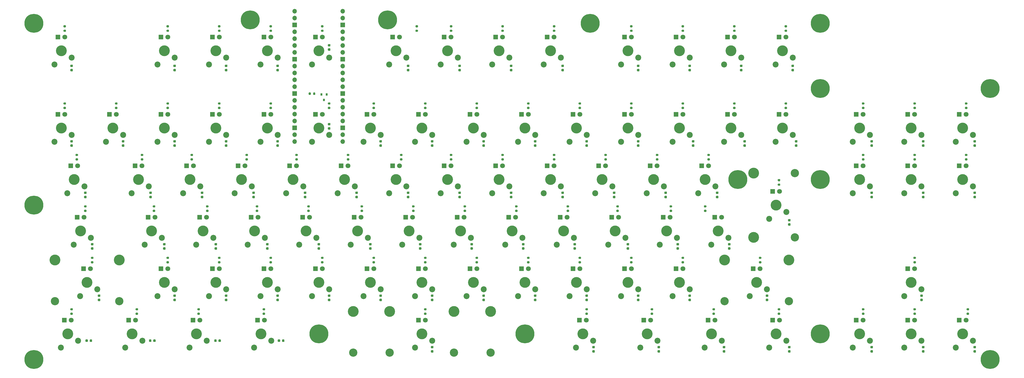
<source format=gbs>
G04 #@! TF.GenerationSoftware,KiCad,Pcbnew,(5.1.10)-1*
G04 #@! TF.CreationDate,2021-09-16T16:57:30+09:00*
G04 #@! TF.ProjectId,KiCAD,4b694341-442e-46b6-9963-61645f706362,rev?*
G04 #@! TF.SameCoordinates,Original*
G04 #@! TF.FileFunction,Soldermask,Bot*
G04 #@! TF.FilePolarity,Negative*
%FSLAX46Y46*%
G04 Gerber Fmt 4.6, Leading zero omitted, Abs format (unit mm)*
G04 Created by KiCad (PCBNEW (5.1.10)-1) date 2021-09-16 16:57:30*
%MOMM*%
%LPD*%
G01*
G04 APERTURE LIST*
%ADD10C,2.200000*%
%ADD11C,4.000000*%
%ADD12C,3.050000*%
%ADD13O,1.700000X1.700000*%
%ADD14R,1.700000X1.700000*%
%ADD15R,0.800000X0.900000*%
%ADD16R,1.800000X1.800000*%
%ADD17C,1.800000*%
%ADD18C,7.000000*%
G04 APERTURE END LIST*
D10*
X305435000Y-167005000D03*
X311785000Y-164465000D03*
D11*
X307975000Y-161925000D03*
X319875000Y-153685000D03*
X296075000Y-153685000D03*
D12*
X319875000Y-168925000D03*
X296075000Y-168925000D03*
D10*
X57785000Y-167005000D03*
X64135000Y-164465000D03*
D11*
X60325000Y-161925000D03*
X72225000Y-153685000D03*
D12*
X72225000Y-168925000D03*
X48425000Y-168925000D03*
D11*
X48425000Y-153685000D03*
D10*
X153035000Y-128905000D03*
X159385000Y-126365000D03*
D11*
X155575000Y-123825000D03*
D10*
X172085000Y-128905000D03*
X178435000Y-126365000D03*
D11*
X174625000Y-123825000D03*
D10*
X210185000Y-128905000D03*
X216535000Y-126365000D03*
D11*
X212725000Y-123825000D03*
D10*
X53023000Y-128905000D03*
X59373000Y-126365000D03*
D11*
X55563000Y-123825000D03*
D10*
X264953500Y-186055000D03*
X271303500Y-183515000D03*
D11*
X267493500Y-180975000D03*
D10*
X276860000Y-167005000D03*
X283210000Y-164465000D03*
D11*
X279400000Y-161925000D03*
D10*
X257810000Y-167005000D03*
X264160000Y-164465000D03*
D11*
X260350000Y-161925000D03*
D10*
X219710000Y-109855000D03*
X226060000Y-107315000D03*
D11*
X222250000Y-104775000D03*
D10*
X157797500Y-147955000D03*
X164147500Y-145415000D03*
D11*
X160337500Y-142875000D03*
D10*
X162560000Y-109855000D03*
X168910000Y-107315000D03*
D11*
X165100000Y-104775000D03*
G36*
G01*
X150135000Y-96095000D02*
X149585000Y-96095000D01*
G75*
G02*
X149385000Y-95895000I0J200000D01*
G01*
X149385000Y-95495000D01*
G75*
G02*
X149585000Y-95295000I200000J0D01*
G01*
X150135000Y-95295000D01*
G75*
G02*
X150335000Y-95495000I0J-200000D01*
G01*
X150335000Y-95895000D01*
G75*
G02*
X150135000Y-96095000I-200000J0D01*
G01*
G37*
G36*
G01*
X150135000Y-97745000D02*
X149585000Y-97745000D01*
G75*
G02*
X149385000Y-97545000I0J200000D01*
G01*
X149385000Y-97145000D01*
G75*
G02*
X149585000Y-96945000I200000J0D01*
G01*
X150135000Y-96945000D01*
G75*
G02*
X150335000Y-97145000I0J-200000D01*
G01*
X150335000Y-97545000D01*
G75*
G02*
X150135000Y-97745000I-200000J0D01*
G01*
G37*
D10*
X50641000Y-186055000D03*
X56991000Y-183515000D03*
D11*
X53181000Y-180975000D03*
D10*
X100647500Y-147955000D03*
X106997500Y-145415000D03*
D11*
X103187500Y-142875000D03*
D10*
X119697500Y-147955000D03*
X126047500Y-145415000D03*
D11*
X122237500Y-142875000D03*
D10*
X143510000Y-109855000D03*
X149860000Y-107315000D03*
D11*
X146050000Y-104775000D03*
D10*
X124460000Y-109855000D03*
X130810000Y-107315000D03*
D11*
X127000000Y-104775000D03*
D10*
X124460000Y-81280000D03*
X130810000Y-78740000D03*
D11*
X127000000Y-76200000D03*
D10*
X253047500Y-147955000D03*
X259397500Y-145415000D03*
D11*
X255587500Y-142875000D03*
G36*
G01*
X309520000Y-153245000D02*
X308970000Y-153245000D01*
G75*
G02*
X308770000Y-153045000I0J200000D01*
G01*
X308770000Y-152645000D01*
G75*
G02*
X308970000Y-152445000I200000J0D01*
G01*
X309520000Y-152445000D01*
G75*
G02*
X309720000Y-152645000I0J-200000D01*
G01*
X309720000Y-153045000D01*
G75*
G02*
X309520000Y-153245000I-200000J0D01*
G01*
G37*
G36*
G01*
X309520000Y-154895000D02*
X308970000Y-154895000D01*
G75*
G02*
X308770000Y-154695000I0J200000D01*
G01*
X308770000Y-154295000D01*
G75*
G02*
X308970000Y-154095000I200000J0D01*
G01*
X309520000Y-154095000D01*
G75*
G02*
X309720000Y-154295000I0J-200000D01*
G01*
X309720000Y-154695000D01*
G75*
G02*
X309520000Y-154895000I-200000J0D01*
G01*
G37*
D10*
X98266000Y-186055000D03*
X104616000Y-183515000D03*
D11*
X100806000Y-180975000D03*
D10*
X191135000Y-128905000D03*
X197485000Y-126365000D03*
D11*
X193675000Y-123825000D03*
D10*
X86360000Y-81280000D03*
X92710000Y-78740000D03*
D11*
X88900000Y-76200000D03*
D10*
X343535000Y-128905000D03*
X349885000Y-126365000D03*
D11*
X346075000Y-123825000D03*
D10*
X76835000Y-128905000D03*
X83185000Y-126365000D03*
D11*
X79375000Y-123825000D03*
D10*
X105410000Y-109855000D03*
X111760000Y-107315000D03*
D11*
X107950000Y-104775000D03*
D10*
X276860000Y-109855000D03*
X283210000Y-107315000D03*
D11*
X279400000Y-104775000D03*
D10*
X381635000Y-109855000D03*
X387985000Y-107315000D03*
D11*
X384175000Y-104775000D03*
D10*
X210185000Y-81280000D03*
X216535000Y-78740000D03*
D11*
X212725000Y-76200000D03*
D13*
X137096500Y-61531500D03*
X137096500Y-64071500D03*
D14*
X137096500Y-66611500D03*
D13*
X137096500Y-69151500D03*
X137096500Y-71691500D03*
X137096500Y-74231500D03*
X137096500Y-76771500D03*
D14*
X137096500Y-79311500D03*
D13*
X137096500Y-81851500D03*
X137096500Y-84391500D03*
X137096500Y-86931500D03*
X137096500Y-89471500D03*
D14*
X137096500Y-92011500D03*
D13*
X137096500Y-94551500D03*
X137096500Y-97091500D03*
X137096500Y-99631500D03*
X137096500Y-102171500D03*
D14*
X137096500Y-104711500D03*
D13*
X137096500Y-107251500D03*
X137096500Y-109791500D03*
X154876500Y-109791500D03*
X154876500Y-107251500D03*
D14*
X154876500Y-104711500D03*
D13*
X154876500Y-102171500D03*
X154876500Y-99631500D03*
X154876500Y-97091500D03*
X154876500Y-94551500D03*
D14*
X154876500Y-92011500D03*
D13*
X154876500Y-89471500D03*
X154876500Y-86931500D03*
X154876500Y-84391500D03*
X154876500Y-81851500D03*
D14*
X154876500Y-79311500D03*
D13*
X154876500Y-76771500D03*
X154876500Y-74231500D03*
X154876500Y-71691500D03*
X154876500Y-69151500D03*
D14*
X154876500Y-66611500D03*
D13*
X154876500Y-64071500D03*
X154876500Y-61531500D03*
D15*
X147955000Y-94345000D03*
X148905000Y-92345000D03*
X147005000Y-92345000D03*
G36*
G01*
X143085000Y-91800000D02*
X143085000Y-92350000D01*
G75*
G02*
X142885000Y-92550000I-200000J0D01*
G01*
X142485000Y-92550000D01*
G75*
G02*
X142285000Y-92350000I0J200000D01*
G01*
X142285000Y-91800000D01*
G75*
G02*
X142485000Y-91600000I200000J0D01*
G01*
X142885000Y-91600000D01*
G75*
G02*
X143085000Y-91800000I0J-200000D01*
G01*
G37*
G36*
G01*
X144735000Y-91800000D02*
X144735000Y-92350000D01*
G75*
G02*
X144535000Y-92550000I-200000J0D01*
G01*
X144135000Y-92550000D01*
G75*
G02*
X143935000Y-92350000I0J200000D01*
G01*
X143935000Y-91800000D01*
G75*
G02*
X144135000Y-91600000I200000J0D01*
G01*
X144535000Y-91600000D01*
G75*
G02*
X144735000Y-91800000I0J-200000D01*
G01*
G37*
G36*
G01*
X386355000Y-172295000D02*
X385805000Y-172295000D01*
G75*
G02*
X385605000Y-172095000I0J200000D01*
G01*
X385605000Y-171695000D01*
G75*
G02*
X385805000Y-171495000I200000J0D01*
G01*
X386355000Y-171495000D01*
G75*
G02*
X386555000Y-171695000I0J-200000D01*
G01*
X386555000Y-172095000D01*
G75*
G02*
X386355000Y-172295000I-200000J0D01*
G01*
G37*
G36*
G01*
X386355000Y-173945000D02*
X385805000Y-173945000D01*
G75*
G02*
X385605000Y-173745000I0J200000D01*
G01*
X385605000Y-173345000D01*
G75*
G02*
X385805000Y-173145000I200000J0D01*
G01*
X386355000Y-173145000D01*
G75*
G02*
X386555000Y-173345000I0J-200000D01*
G01*
X386555000Y-173745000D01*
G75*
G02*
X386355000Y-173945000I-200000J0D01*
G01*
G37*
G36*
G01*
X366670000Y-172295000D02*
X366120000Y-172295000D01*
G75*
G02*
X365920000Y-172095000I0J200000D01*
G01*
X365920000Y-171695000D01*
G75*
G02*
X366120000Y-171495000I200000J0D01*
G01*
X366670000Y-171495000D01*
G75*
G02*
X366870000Y-171695000I0J-200000D01*
G01*
X366870000Y-172095000D01*
G75*
G02*
X366670000Y-172295000I-200000J0D01*
G01*
G37*
G36*
G01*
X366670000Y-173945000D02*
X366120000Y-173945000D01*
G75*
G02*
X365920000Y-173745000I0J200000D01*
G01*
X365920000Y-173345000D01*
G75*
G02*
X366120000Y-173145000I200000J0D01*
G01*
X366670000Y-173145000D01*
G75*
G02*
X366870000Y-173345000I0J-200000D01*
G01*
X366870000Y-173745000D01*
G75*
G02*
X366670000Y-173945000I-200000J0D01*
G01*
G37*
G36*
G01*
X347620000Y-172295000D02*
X347070000Y-172295000D01*
G75*
G02*
X346870000Y-172095000I0J200000D01*
G01*
X346870000Y-171695000D01*
G75*
G02*
X347070000Y-171495000I200000J0D01*
G01*
X347620000Y-171495000D01*
G75*
G02*
X347820000Y-171695000I0J-200000D01*
G01*
X347820000Y-172095000D01*
G75*
G02*
X347620000Y-172295000I-200000J0D01*
G01*
G37*
G36*
G01*
X347620000Y-173945000D02*
X347070000Y-173945000D01*
G75*
G02*
X346870000Y-173745000I0J200000D01*
G01*
X346870000Y-173345000D01*
G75*
G02*
X347070000Y-173145000I200000J0D01*
G01*
X347620000Y-173145000D01*
G75*
G02*
X347820000Y-173345000I0J-200000D01*
G01*
X347820000Y-173745000D01*
G75*
G02*
X347620000Y-173945000I-200000J0D01*
G01*
G37*
G36*
G01*
X316505000Y-172295000D02*
X315955000Y-172295000D01*
G75*
G02*
X315755000Y-172095000I0J200000D01*
G01*
X315755000Y-171695000D01*
G75*
G02*
X315955000Y-171495000I200000J0D01*
G01*
X316505000Y-171495000D01*
G75*
G02*
X316705000Y-171695000I0J-200000D01*
G01*
X316705000Y-172095000D01*
G75*
G02*
X316505000Y-172295000I-200000J0D01*
G01*
G37*
G36*
G01*
X316505000Y-173945000D02*
X315955000Y-173945000D01*
G75*
G02*
X315755000Y-173745000I0J200000D01*
G01*
X315755000Y-173345000D01*
G75*
G02*
X315955000Y-173145000I200000J0D01*
G01*
X316505000Y-173145000D01*
G75*
G02*
X316705000Y-173345000I0J-200000D01*
G01*
X316705000Y-173745000D01*
G75*
G02*
X316505000Y-173945000I-200000J0D01*
G01*
G37*
G36*
G01*
X292375000Y-172295000D02*
X291825000Y-172295000D01*
G75*
G02*
X291625000Y-172095000I0J200000D01*
G01*
X291625000Y-171695000D01*
G75*
G02*
X291825000Y-171495000I200000J0D01*
G01*
X292375000Y-171495000D01*
G75*
G02*
X292575000Y-171695000I0J-200000D01*
G01*
X292575000Y-172095000D01*
G75*
G02*
X292375000Y-172295000I-200000J0D01*
G01*
G37*
G36*
G01*
X292375000Y-173945000D02*
X291825000Y-173945000D01*
G75*
G02*
X291625000Y-173745000I0J200000D01*
G01*
X291625000Y-173345000D01*
G75*
G02*
X291825000Y-173145000I200000J0D01*
G01*
X292375000Y-173145000D01*
G75*
G02*
X292575000Y-173345000I0J-200000D01*
G01*
X292575000Y-173745000D01*
G75*
G02*
X292375000Y-173945000I-200000J0D01*
G01*
G37*
G36*
G01*
X269515000Y-172295000D02*
X268965000Y-172295000D01*
G75*
G02*
X268765000Y-172095000I0J200000D01*
G01*
X268765000Y-171695000D01*
G75*
G02*
X268965000Y-171495000I200000J0D01*
G01*
X269515000Y-171495000D01*
G75*
G02*
X269715000Y-171695000I0J-200000D01*
G01*
X269715000Y-172095000D01*
G75*
G02*
X269515000Y-172295000I-200000J0D01*
G01*
G37*
G36*
G01*
X269515000Y-173945000D02*
X268965000Y-173945000D01*
G75*
G02*
X268765000Y-173745000I0J200000D01*
G01*
X268765000Y-173345000D01*
G75*
G02*
X268965000Y-173145000I200000J0D01*
G01*
X269515000Y-173145000D01*
G75*
G02*
X269715000Y-173345000I0J-200000D01*
G01*
X269715000Y-173745000D01*
G75*
G02*
X269515000Y-173945000I-200000J0D01*
G01*
G37*
G36*
G01*
X245385000Y-172295000D02*
X244835000Y-172295000D01*
G75*
G02*
X244635000Y-172095000I0J200000D01*
G01*
X244635000Y-171695000D01*
G75*
G02*
X244835000Y-171495000I200000J0D01*
G01*
X245385000Y-171495000D01*
G75*
G02*
X245585000Y-171695000I0J-200000D01*
G01*
X245585000Y-172095000D01*
G75*
G02*
X245385000Y-172295000I-200000J0D01*
G01*
G37*
G36*
G01*
X245385000Y-173945000D02*
X244835000Y-173945000D01*
G75*
G02*
X244635000Y-173745000I0J200000D01*
G01*
X244635000Y-173345000D01*
G75*
G02*
X244835000Y-173145000I200000J0D01*
G01*
X245385000Y-173145000D01*
G75*
G02*
X245585000Y-173345000I0J-200000D01*
G01*
X245585000Y-173745000D01*
G75*
G02*
X245385000Y-173945000I-200000J0D01*
G01*
G37*
G36*
G01*
X185695000Y-172295000D02*
X185145000Y-172295000D01*
G75*
G02*
X184945000Y-172095000I0J200000D01*
G01*
X184945000Y-171695000D01*
G75*
G02*
X185145000Y-171495000I200000J0D01*
G01*
X185695000Y-171495000D01*
G75*
G02*
X185895000Y-171695000I0J-200000D01*
G01*
X185895000Y-172095000D01*
G75*
G02*
X185695000Y-172295000I-200000J0D01*
G01*
G37*
G36*
G01*
X185695000Y-173945000D02*
X185145000Y-173945000D01*
G75*
G02*
X184945000Y-173745000I0J200000D01*
G01*
X184945000Y-173345000D01*
G75*
G02*
X185145000Y-173145000I200000J0D01*
G01*
X185695000Y-173145000D01*
G75*
G02*
X185895000Y-173345000I0J-200000D01*
G01*
X185895000Y-173745000D01*
G75*
G02*
X185695000Y-173945000I-200000J0D01*
G01*
G37*
G36*
G01*
X126005000Y-172295000D02*
X125455000Y-172295000D01*
G75*
G02*
X125255000Y-172095000I0J200000D01*
G01*
X125255000Y-171695000D01*
G75*
G02*
X125455000Y-171495000I200000J0D01*
G01*
X126005000Y-171495000D01*
G75*
G02*
X126205000Y-171695000I0J-200000D01*
G01*
X126205000Y-172095000D01*
G75*
G02*
X126005000Y-172295000I-200000J0D01*
G01*
G37*
G36*
G01*
X126005000Y-173945000D02*
X125455000Y-173945000D01*
G75*
G02*
X125255000Y-173745000I0J200000D01*
G01*
X125255000Y-173345000D01*
G75*
G02*
X125455000Y-173145000I200000J0D01*
G01*
X126005000Y-173145000D01*
G75*
G02*
X126205000Y-173345000I0J-200000D01*
G01*
X126205000Y-173745000D01*
G75*
G02*
X126005000Y-173945000I-200000J0D01*
G01*
G37*
G36*
G01*
X101875000Y-172295000D02*
X101325000Y-172295000D01*
G75*
G02*
X101125000Y-172095000I0J200000D01*
G01*
X101125000Y-171695000D01*
G75*
G02*
X101325000Y-171495000I200000J0D01*
G01*
X101875000Y-171495000D01*
G75*
G02*
X102075000Y-171695000I0J-200000D01*
G01*
X102075000Y-172095000D01*
G75*
G02*
X101875000Y-172295000I-200000J0D01*
G01*
G37*
G36*
G01*
X101875000Y-173945000D02*
X101325000Y-173945000D01*
G75*
G02*
X101125000Y-173745000I0J200000D01*
G01*
X101125000Y-173345000D01*
G75*
G02*
X101325000Y-173145000I200000J0D01*
G01*
X101875000Y-173145000D01*
G75*
G02*
X102075000Y-173345000I0J-200000D01*
G01*
X102075000Y-173745000D01*
G75*
G02*
X101875000Y-173945000I-200000J0D01*
G01*
G37*
G36*
G01*
X79015000Y-172295000D02*
X78465000Y-172295000D01*
G75*
G02*
X78265000Y-172095000I0J200000D01*
G01*
X78265000Y-171695000D01*
G75*
G02*
X78465000Y-171495000I200000J0D01*
G01*
X79015000Y-171495000D01*
G75*
G02*
X79215000Y-171695000I0J-200000D01*
G01*
X79215000Y-172095000D01*
G75*
G02*
X79015000Y-172295000I-200000J0D01*
G01*
G37*
G36*
G01*
X79015000Y-173945000D02*
X78465000Y-173945000D01*
G75*
G02*
X78265000Y-173745000I0J200000D01*
G01*
X78265000Y-173345000D01*
G75*
G02*
X78465000Y-173145000I200000J0D01*
G01*
X79015000Y-173145000D01*
G75*
G02*
X79215000Y-173345000I0J-200000D01*
G01*
X79215000Y-173745000D01*
G75*
G02*
X79015000Y-173945000I-200000J0D01*
G01*
G37*
G36*
G01*
X54885000Y-172295000D02*
X54335000Y-172295000D01*
G75*
G02*
X54135000Y-172095000I0J200000D01*
G01*
X54135000Y-171695000D01*
G75*
G02*
X54335000Y-171495000I200000J0D01*
G01*
X54885000Y-171495000D01*
G75*
G02*
X55085000Y-171695000I0J-200000D01*
G01*
X55085000Y-172095000D01*
G75*
G02*
X54885000Y-172295000I-200000J0D01*
G01*
G37*
G36*
G01*
X54885000Y-173945000D02*
X54335000Y-173945000D01*
G75*
G02*
X54135000Y-173745000I0J200000D01*
G01*
X54135000Y-173345000D01*
G75*
G02*
X54335000Y-173145000I200000J0D01*
G01*
X54885000Y-173145000D01*
G75*
G02*
X55085000Y-173345000I0J-200000D01*
G01*
X55085000Y-173745000D01*
G75*
G02*
X54885000Y-173945000I-200000J0D01*
G01*
G37*
G36*
G01*
X366670000Y-153245000D02*
X366120000Y-153245000D01*
G75*
G02*
X365920000Y-153045000I0J200000D01*
G01*
X365920000Y-152645000D01*
G75*
G02*
X366120000Y-152445000I200000J0D01*
G01*
X366670000Y-152445000D01*
G75*
G02*
X366870000Y-152645000I0J-200000D01*
G01*
X366870000Y-153045000D01*
G75*
G02*
X366670000Y-153245000I-200000J0D01*
G01*
G37*
G36*
G01*
X366670000Y-154895000D02*
X366120000Y-154895000D01*
G75*
G02*
X365920000Y-154695000I0J200000D01*
G01*
X365920000Y-154295000D01*
G75*
G02*
X366120000Y-154095000I200000J0D01*
G01*
X366670000Y-154095000D01*
G75*
G02*
X366870000Y-154295000I0J-200000D01*
G01*
X366870000Y-154695000D01*
G75*
G02*
X366670000Y-154895000I-200000J0D01*
G01*
G37*
G36*
G01*
X280945000Y-153245000D02*
X280395000Y-153245000D01*
G75*
G02*
X280195000Y-153045000I0J200000D01*
G01*
X280195000Y-152645000D01*
G75*
G02*
X280395000Y-152445000I200000J0D01*
G01*
X280945000Y-152445000D01*
G75*
G02*
X281145000Y-152645000I0J-200000D01*
G01*
X281145000Y-153045000D01*
G75*
G02*
X280945000Y-153245000I-200000J0D01*
G01*
G37*
G36*
G01*
X280945000Y-154895000D02*
X280395000Y-154895000D01*
G75*
G02*
X280195000Y-154695000I0J200000D01*
G01*
X280195000Y-154295000D01*
G75*
G02*
X280395000Y-154095000I200000J0D01*
G01*
X280945000Y-154095000D01*
G75*
G02*
X281145000Y-154295000I0J-200000D01*
G01*
X281145000Y-154695000D01*
G75*
G02*
X280945000Y-154895000I-200000J0D01*
G01*
G37*
G36*
G01*
X261895000Y-153245000D02*
X261345000Y-153245000D01*
G75*
G02*
X261145000Y-153045000I0J200000D01*
G01*
X261145000Y-152645000D01*
G75*
G02*
X261345000Y-152445000I200000J0D01*
G01*
X261895000Y-152445000D01*
G75*
G02*
X262095000Y-152645000I0J-200000D01*
G01*
X262095000Y-153045000D01*
G75*
G02*
X261895000Y-153245000I-200000J0D01*
G01*
G37*
G36*
G01*
X261895000Y-154895000D02*
X261345000Y-154895000D01*
G75*
G02*
X261145000Y-154695000I0J200000D01*
G01*
X261145000Y-154295000D01*
G75*
G02*
X261345000Y-154095000I200000J0D01*
G01*
X261895000Y-154095000D01*
G75*
G02*
X262095000Y-154295000I0J-200000D01*
G01*
X262095000Y-154695000D01*
G75*
G02*
X261895000Y-154895000I-200000J0D01*
G01*
G37*
G36*
G01*
X242845000Y-153245000D02*
X242295000Y-153245000D01*
G75*
G02*
X242095000Y-153045000I0J200000D01*
G01*
X242095000Y-152645000D01*
G75*
G02*
X242295000Y-152445000I200000J0D01*
G01*
X242845000Y-152445000D01*
G75*
G02*
X243045000Y-152645000I0J-200000D01*
G01*
X243045000Y-153045000D01*
G75*
G02*
X242845000Y-153245000I-200000J0D01*
G01*
G37*
G36*
G01*
X242845000Y-154895000D02*
X242295000Y-154895000D01*
G75*
G02*
X242095000Y-154695000I0J200000D01*
G01*
X242095000Y-154295000D01*
G75*
G02*
X242295000Y-154095000I200000J0D01*
G01*
X242845000Y-154095000D01*
G75*
G02*
X243045000Y-154295000I0J-200000D01*
G01*
X243045000Y-154695000D01*
G75*
G02*
X242845000Y-154895000I-200000J0D01*
G01*
G37*
G36*
G01*
X223795000Y-153245000D02*
X223245000Y-153245000D01*
G75*
G02*
X223045000Y-153045000I0J200000D01*
G01*
X223045000Y-152645000D01*
G75*
G02*
X223245000Y-152445000I200000J0D01*
G01*
X223795000Y-152445000D01*
G75*
G02*
X223995000Y-152645000I0J-200000D01*
G01*
X223995000Y-153045000D01*
G75*
G02*
X223795000Y-153245000I-200000J0D01*
G01*
G37*
G36*
G01*
X223795000Y-154895000D02*
X223245000Y-154895000D01*
G75*
G02*
X223045000Y-154695000I0J200000D01*
G01*
X223045000Y-154295000D01*
G75*
G02*
X223245000Y-154095000I200000J0D01*
G01*
X223795000Y-154095000D01*
G75*
G02*
X223995000Y-154295000I0J-200000D01*
G01*
X223995000Y-154695000D01*
G75*
G02*
X223795000Y-154895000I-200000J0D01*
G01*
G37*
G36*
G01*
X204745000Y-153245000D02*
X204195000Y-153245000D01*
G75*
G02*
X203995000Y-153045000I0J200000D01*
G01*
X203995000Y-152645000D01*
G75*
G02*
X204195000Y-152445000I200000J0D01*
G01*
X204745000Y-152445000D01*
G75*
G02*
X204945000Y-152645000I0J-200000D01*
G01*
X204945000Y-153045000D01*
G75*
G02*
X204745000Y-153245000I-200000J0D01*
G01*
G37*
G36*
G01*
X204745000Y-154895000D02*
X204195000Y-154895000D01*
G75*
G02*
X203995000Y-154695000I0J200000D01*
G01*
X203995000Y-154295000D01*
G75*
G02*
X204195000Y-154095000I200000J0D01*
G01*
X204745000Y-154095000D01*
G75*
G02*
X204945000Y-154295000I0J-200000D01*
G01*
X204945000Y-154695000D01*
G75*
G02*
X204745000Y-154895000I-200000J0D01*
G01*
G37*
G36*
G01*
X185695000Y-153245000D02*
X185145000Y-153245000D01*
G75*
G02*
X184945000Y-153045000I0J200000D01*
G01*
X184945000Y-152645000D01*
G75*
G02*
X185145000Y-152445000I200000J0D01*
G01*
X185695000Y-152445000D01*
G75*
G02*
X185895000Y-152645000I0J-200000D01*
G01*
X185895000Y-153045000D01*
G75*
G02*
X185695000Y-153245000I-200000J0D01*
G01*
G37*
G36*
G01*
X185695000Y-154895000D02*
X185145000Y-154895000D01*
G75*
G02*
X184945000Y-154695000I0J200000D01*
G01*
X184945000Y-154295000D01*
G75*
G02*
X185145000Y-154095000I200000J0D01*
G01*
X185695000Y-154095000D01*
G75*
G02*
X185895000Y-154295000I0J-200000D01*
G01*
X185895000Y-154695000D01*
G75*
G02*
X185695000Y-154895000I-200000J0D01*
G01*
G37*
G36*
G01*
X166645000Y-153245000D02*
X166095000Y-153245000D01*
G75*
G02*
X165895000Y-153045000I0J200000D01*
G01*
X165895000Y-152645000D01*
G75*
G02*
X166095000Y-152445000I200000J0D01*
G01*
X166645000Y-152445000D01*
G75*
G02*
X166845000Y-152645000I0J-200000D01*
G01*
X166845000Y-153045000D01*
G75*
G02*
X166645000Y-153245000I-200000J0D01*
G01*
G37*
G36*
G01*
X166645000Y-154895000D02*
X166095000Y-154895000D01*
G75*
G02*
X165895000Y-154695000I0J200000D01*
G01*
X165895000Y-154295000D01*
G75*
G02*
X166095000Y-154095000I200000J0D01*
G01*
X166645000Y-154095000D01*
G75*
G02*
X166845000Y-154295000I0J-200000D01*
G01*
X166845000Y-154695000D01*
G75*
G02*
X166645000Y-154895000I-200000J0D01*
G01*
G37*
G36*
G01*
X147595000Y-153245000D02*
X147045000Y-153245000D01*
G75*
G02*
X146845000Y-153045000I0J200000D01*
G01*
X146845000Y-152645000D01*
G75*
G02*
X147045000Y-152445000I200000J0D01*
G01*
X147595000Y-152445000D01*
G75*
G02*
X147795000Y-152645000I0J-200000D01*
G01*
X147795000Y-153045000D01*
G75*
G02*
X147595000Y-153245000I-200000J0D01*
G01*
G37*
G36*
G01*
X147595000Y-154895000D02*
X147045000Y-154895000D01*
G75*
G02*
X146845000Y-154695000I0J200000D01*
G01*
X146845000Y-154295000D01*
G75*
G02*
X147045000Y-154095000I200000J0D01*
G01*
X147595000Y-154095000D01*
G75*
G02*
X147795000Y-154295000I0J-200000D01*
G01*
X147795000Y-154695000D01*
G75*
G02*
X147595000Y-154895000I-200000J0D01*
G01*
G37*
G36*
G01*
X128545000Y-153245000D02*
X127995000Y-153245000D01*
G75*
G02*
X127795000Y-153045000I0J200000D01*
G01*
X127795000Y-152645000D01*
G75*
G02*
X127995000Y-152445000I200000J0D01*
G01*
X128545000Y-152445000D01*
G75*
G02*
X128745000Y-152645000I0J-200000D01*
G01*
X128745000Y-153045000D01*
G75*
G02*
X128545000Y-153245000I-200000J0D01*
G01*
G37*
G36*
G01*
X128545000Y-154895000D02*
X127995000Y-154895000D01*
G75*
G02*
X127795000Y-154695000I0J200000D01*
G01*
X127795000Y-154295000D01*
G75*
G02*
X127995000Y-154095000I200000J0D01*
G01*
X128545000Y-154095000D01*
G75*
G02*
X128745000Y-154295000I0J-200000D01*
G01*
X128745000Y-154695000D01*
G75*
G02*
X128545000Y-154895000I-200000J0D01*
G01*
G37*
G36*
G01*
X109495000Y-153245000D02*
X108945000Y-153245000D01*
G75*
G02*
X108745000Y-153045000I0J200000D01*
G01*
X108745000Y-152645000D01*
G75*
G02*
X108945000Y-152445000I200000J0D01*
G01*
X109495000Y-152445000D01*
G75*
G02*
X109695000Y-152645000I0J-200000D01*
G01*
X109695000Y-153045000D01*
G75*
G02*
X109495000Y-153245000I-200000J0D01*
G01*
G37*
G36*
G01*
X109495000Y-154895000D02*
X108945000Y-154895000D01*
G75*
G02*
X108745000Y-154695000I0J200000D01*
G01*
X108745000Y-154295000D01*
G75*
G02*
X108945000Y-154095000I200000J0D01*
G01*
X109495000Y-154095000D01*
G75*
G02*
X109695000Y-154295000I0J-200000D01*
G01*
X109695000Y-154695000D01*
G75*
G02*
X109495000Y-154895000I-200000J0D01*
G01*
G37*
G36*
G01*
X90445000Y-153245000D02*
X89895000Y-153245000D01*
G75*
G02*
X89695000Y-153045000I0J200000D01*
G01*
X89695000Y-152645000D01*
G75*
G02*
X89895000Y-152445000I200000J0D01*
G01*
X90445000Y-152445000D01*
G75*
G02*
X90645000Y-152645000I0J-200000D01*
G01*
X90645000Y-153045000D01*
G75*
G02*
X90445000Y-153245000I-200000J0D01*
G01*
G37*
G36*
G01*
X90445000Y-154895000D02*
X89895000Y-154895000D01*
G75*
G02*
X89695000Y-154695000I0J200000D01*
G01*
X89695000Y-154295000D01*
G75*
G02*
X89895000Y-154095000I200000J0D01*
G01*
X90445000Y-154095000D01*
G75*
G02*
X90645000Y-154295000I0J-200000D01*
G01*
X90645000Y-154695000D01*
G75*
G02*
X90445000Y-154895000I-200000J0D01*
G01*
G37*
G36*
G01*
X62505000Y-153245000D02*
X61955000Y-153245000D01*
G75*
G02*
X61755000Y-153045000I0J200000D01*
G01*
X61755000Y-152645000D01*
G75*
G02*
X61955000Y-152445000I200000J0D01*
G01*
X62505000Y-152445000D01*
G75*
G02*
X62705000Y-152645000I0J-200000D01*
G01*
X62705000Y-153045000D01*
G75*
G02*
X62505000Y-153245000I-200000J0D01*
G01*
G37*
G36*
G01*
X62505000Y-154895000D02*
X61955000Y-154895000D01*
G75*
G02*
X61755000Y-154695000I0J200000D01*
G01*
X61755000Y-154295000D01*
G75*
G02*
X61955000Y-154095000I200000J0D01*
G01*
X62505000Y-154095000D01*
G75*
G02*
X62705000Y-154295000I0J-200000D01*
G01*
X62705000Y-154695000D01*
G75*
G02*
X62505000Y-154895000I-200000J0D01*
G01*
G37*
G36*
G01*
X289200000Y-134195000D02*
X288650000Y-134195000D01*
G75*
G02*
X288450000Y-133995000I0J200000D01*
G01*
X288450000Y-133595000D01*
G75*
G02*
X288650000Y-133395000I200000J0D01*
G01*
X289200000Y-133395000D01*
G75*
G02*
X289400000Y-133595000I0J-200000D01*
G01*
X289400000Y-133995000D01*
G75*
G02*
X289200000Y-134195000I-200000J0D01*
G01*
G37*
G36*
G01*
X289200000Y-135845000D02*
X288650000Y-135845000D01*
G75*
G02*
X288450000Y-135645000I0J200000D01*
G01*
X288450000Y-135245000D01*
G75*
G02*
X288650000Y-135045000I200000J0D01*
G01*
X289200000Y-135045000D01*
G75*
G02*
X289400000Y-135245000I0J-200000D01*
G01*
X289400000Y-135645000D01*
G75*
G02*
X289200000Y-135845000I-200000J0D01*
G01*
G37*
G36*
G01*
X276500000Y-134195000D02*
X275950000Y-134195000D01*
G75*
G02*
X275750000Y-133995000I0J200000D01*
G01*
X275750000Y-133595000D01*
G75*
G02*
X275950000Y-133395000I200000J0D01*
G01*
X276500000Y-133395000D01*
G75*
G02*
X276700000Y-133595000I0J-200000D01*
G01*
X276700000Y-133995000D01*
G75*
G02*
X276500000Y-134195000I-200000J0D01*
G01*
G37*
G36*
G01*
X276500000Y-135845000D02*
X275950000Y-135845000D01*
G75*
G02*
X275750000Y-135645000I0J200000D01*
G01*
X275750000Y-135245000D01*
G75*
G02*
X275950000Y-135045000I200000J0D01*
G01*
X276500000Y-135045000D01*
G75*
G02*
X276700000Y-135245000I0J-200000D01*
G01*
X276700000Y-135645000D01*
G75*
G02*
X276500000Y-135845000I-200000J0D01*
G01*
G37*
G36*
G01*
X256815000Y-134195000D02*
X256265000Y-134195000D01*
G75*
G02*
X256065000Y-133995000I0J200000D01*
G01*
X256065000Y-133595000D01*
G75*
G02*
X256265000Y-133395000I200000J0D01*
G01*
X256815000Y-133395000D01*
G75*
G02*
X257015000Y-133595000I0J-200000D01*
G01*
X257015000Y-133995000D01*
G75*
G02*
X256815000Y-134195000I-200000J0D01*
G01*
G37*
G36*
G01*
X256815000Y-135845000D02*
X256265000Y-135845000D01*
G75*
G02*
X256065000Y-135645000I0J200000D01*
G01*
X256065000Y-135245000D01*
G75*
G02*
X256265000Y-135045000I200000J0D01*
G01*
X256815000Y-135045000D01*
G75*
G02*
X257015000Y-135245000I0J-200000D01*
G01*
X257015000Y-135645000D01*
G75*
G02*
X256815000Y-135845000I-200000J0D01*
G01*
G37*
G36*
G01*
X238400000Y-134195000D02*
X237850000Y-134195000D01*
G75*
G02*
X237650000Y-133995000I0J200000D01*
G01*
X237650000Y-133595000D01*
G75*
G02*
X237850000Y-133395000I200000J0D01*
G01*
X238400000Y-133395000D01*
G75*
G02*
X238600000Y-133595000I0J-200000D01*
G01*
X238600000Y-133995000D01*
G75*
G02*
X238400000Y-134195000I-200000J0D01*
G01*
G37*
G36*
G01*
X238400000Y-135845000D02*
X237850000Y-135845000D01*
G75*
G02*
X237650000Y-135645000I0J200000D01*
G01*
X237650000Y-135245000D01*
G75*
G02*
X237850000Y-135045000I200000J0D01*
G01*
X238400000Y-135045000D01*
G75*
G02*
X238600000Y-135245000I0J-200000D01*
G01*
X238600000Y-135645000D01*
G75*
G02*
X238400000Y-135845000I-200000J0D01*
G01*
G37*
G36*
G01*
X219350000Y-134195000D02*
X218800000Y-134195000D01*
G75*
G02*
X218600000Y-133995000I0J200000D01*
G01*
X218600000Y-133595000D01*
G75*
G02*
X218800000Y-133395000I200000J0D01*
G01*
X219350000Y-133395000D01*
G75*
G02*
X219550000Y-133595000I0J-200000D01*
G01*
X219550000Y-133995000D01*
G75*
G02*
X219350000Y-134195000I-200000J0D01*
G01*
G37*
G36*
G01*
X219350000Y-135845000D02*
X218800000Y-135845000D01*
G75*
G02*
X218600000Y-135645000I0J200000D01*
G01*
X218600000Y-135245000D01*
G75*
G02*
X218800000Y-135045000I200000J0D01*
G01*
X219350000Y-135045000D01*
G75*
G02*
X219550000Y-135245000I0J-200000D01*
G01*
X219550000Y-135645000D01*
G75*
G02*
X219350000Y-135845000I-200000J0D01*
G01*
G37*
G36*
G01*
X200300000Y-134195000D02*
X199750000Y-134195000D01*
G75*
G02*
X199550000Y-133995000I0J200000D01*
G01*
X199550000Y-133595000D01*
G75*
G02*
X199750000Y-133395000I200000J0D01*
G01*
X200300000Y-133395000D01*
G75*
G02*
X200500000Y-133595000I0J-200000D01*
G01*
X200500000Y-133995000D01*
G75*
G02*
X200300000Y-134195000I-200000J0D01*
G01*
G37*
G36*
G01*
X200300000Y-135845000D02*
X199750000Y-135845000D01*
G75*
G02*
X199550000Y-135645000I0J200000D01*
G01*
X199550000Y-135245000D01*
G75*
G02*
X199750000Y-135045000I200000J0D01*
G01*
X200300000Y-135045000D01*
G75*
G02*
X200500000Y-135245000I0J-200000D01*
G01*
X200500000Y-135645000D01*
G75*
G02*
X200300000Y-135845000I-200000J0D01*
G01*
G37*
G36*
G01*
X181250000Y-134195000D02*
X180700000Y-134195000D01*
G75*
G02*
X180500000Y-133995000I0J200000D01*
G01*
X180500000Y-133595000D01*
G75*
G02*
X180700000Y-133395000I200000J0D01*
G01*
X181250000Y-133395000D01*
G75*
G02*
X181450000Y-133595000I0J-200000D01*
G01*
X181450000Y-133995000D01*
G75*
G02*
X181250000Y-134195000I-200000J0D01*
G01*
G37*
G36*
G01*
X181250000Y-135845000D02*
X180700000Y-135845000D01*
G75*
G02*
X180500000Y-135645000I0J200000D01*
G01*
X180500000Y-135245000D01*
G75*
G02*
X180700000Y-135045000I200000J0D01*
G01*
X181250000Y-135045000D01*
G75*
G02*
X181450000Y-135245000I0J-200000D01*
G01*
X181450000Y-135645000D01*
G75*
G02*
X181250000Y-135845000I-200000J0D01*
G01*
G37*
G36*
G01*
X162200000Y-134195000D02*
X161650000Y-134195000D01*
G75*
G02*
X161450000Y-133995000I0J200000D01*
G01*
X161450000Y-133595000D01*
G75*
G02*
X161650000Y-133395000I200000J0D01*
G01*
X162200000Y-133395000D01*
G75*
G02*
X162400000Y-133595000I0J-200000D01*
G01*
X162400000Y-133995000D01*
G75*
G02*
X162200000Y-134195000I-200000J0D01*
G01*
G37*
G36*
G01*
X162200000Y-135845000D02*
X161650000Y-135845000D01*
G75*
G02*
X161450000Y-135645000I0J200000D01*
G01*
X161450000Y-135245000D01*
G75*
G02*
X161650000Y-135045000I200000J0D01*
G01*
X162200000Y-135045000D01*
G75*
G02*
X162400000Y-135245000I0J-200000D01*
G01*
X162400000Y-135645000D01*
G75*
G02*
X162200000Y-135845000I-200000J0D01*
G01*
G37*
G36*
G01*
X142515000Y-134195000D02*
X141965000Y-134195000D01*
G75*
G02*
X141765000Y-133995000I0J200000D01*
G01*
X141765000Y-133595000D01*
G75*
G02*
X141965000Y-133395000I200000J0D01*
G01*
X142515000Y-133395000D01*
G75*
G02*
X142715000Y-133595000I0J-200000D01*
G01*
X142715000Y-133995000D01*
G75*
G02*
X142515000Y-134195000I-200000J0D01*
G01*
G37*
G36*
G01*
X142515000Y-135845000D02*
X141965000Y-135845000D01*
G75*
G02*
X141765000Y-135645000I0J200000D01*
G01*
X141765000Y-135245000D01*
G75*
G02*
X141965000Y-135045000I200000J0D01*
G01*
X142515000Y-135045000D01*
G75*
G02*
X142715000Y-135245000I0J-200000D01*
G01*
X142715000Y-135645000D01*
G75*
G02*
X142515000Y-135845000I-200000J0D01*
G01*
G37*
G36*
G01*
X123465000Y-134195000D02*
X122915000Y-134195000D01*
G75*
G02*
X122715000Y-133995000I0J200000D01*
G01*
X122715000Y-133595000D01*
G75*
G02*
X122915000Y-133395000I200000J0D01*
G01*
X123465000Y-133395000D01*
G75*
G02*
X123665000Y-133595000I0J-200000D01*
G01*
X123665000Y-133995000D01*
G75*
G02*
X123465000Y-134195000I-200000J0D01*
G01*
G37*
G36*
G01*
X123465000Y-135845000D02*
X122915000Y-135845000D01*
G75*
G02*
X122715000Y-135645000I0J200000D01*
G01*
X122715000Y-135245000D01*
G75*
G02*
X122915000Y-135045000I200000J0D01*
G01*
X123465000Y-135045000D01*
G75*
G02*
X123665000Y-135245000I0J-200000D01*
G01*
X123665000Y-135645000D01*
G75*
G02*
X123465000Y-135845000I-200000J0D01*
G01*
G37*
G36*
G01*
X105050000Y-134195000D02*
X104500000Y-134195000D01*
G75*
G02*
X104300000Y-133995000I0J200000D01*
G01*
X104300000Y-133595000D01*
G75*
G02*
X104500000Y-133395000I200000J0D01*
G01*
X105050000Y-133395000D01*
G75*
G02*
X105250000Y-133595000I0J-200000D01*
G01*
X105250000Y-133995000D01*
G75*
G02*
X105050000Y-134195000I-200000J0D01*
G01*
G37*
G36*
G01*
X105050000Y-135845000D02*
X104500000Y-135845000D01*
G75*
G02*
X104300000Y-135645000I0J200000D01*
G01*
X104300000Y-135245000D01*
G75*
G02*
X104500000Y-135045000I200000J0D01*
G01*
X105050000Y-135045000D01*
G75*
G02*
X105250000Y-135245000I0J-200000D01*
G01*
X105250000Y-135645000D01*
G75*
G02*
X105050000Y-135845000I-200000J0D01*
G01*
G37*
G36*
G01*
X85365000Y-134195000D02*
X84815000Y-134195000D01*
G75*
G02*
X84615000Y-133995000I0J200000D01*
G01*
X84615000Y-133595000D01*
G75*
G02*
X84815000Y-133395000I200000J0D01*
G01*
X85365000Y-133395000D01*
G75*
G02*
X85565000Y-133595000I0J-200000D01*
G01*
X85565000Y-133995000D01*
G75*
G02*
X85365000Y-134195000I-200000J0D01*
G01*
G37*
G36*
G01*
X85365000Y-135845000D02*
X84815000Y-135845000D01*
G75*
G02*
X84615000Y-135645000I0J200000D01*
G01*
X84615000Y-135245000D01*
G75*
G02*
X84815000Y-135045000I200000J0D01*
G01*
X85365000Y-135045000D01*
G75*
G02*
X85565000Y-135245000I0J-200000D01*
G01*
X85565000Y-135645000D01*
G75*
G02*
X85365000Y-135845000I-200000J0D01*
G01*
G37*
G36*
G01*
X59965000Y-134195000D02*
X59415000Y-134195000D01*
G75*
G02*
X59215000Y-133995000I0J200000D01*
G01*
X59215000Y-133595000D01*
G75*
G02*
X59415000Y-133395000I200000J0D01*
G01*
X59965000Y-133395000D01*
G75*
G02*
X60165000Y-133595000I0J-200000D01*
G01*
X60165000Y-133995000D01*
G75*
G02*
X59965000Y-134195000I-200000J0D01*
G01*
G37*
G36*
G01*
X59965000Y-135845000D02*
X59415000Y-135845000D01*
G75*
G02*
X59215000Y-135645000I0J200000D01*
G01*
X59215000Y-135245000D01*
G75*
G02*
X59415000Y-135045000I200000J0D01*
G01*
X59965000Y-135045000D01*
G75*
G02*
X60165000Y-135245000I0J-200000D01*
G01*
X60165000Y-135645000D01*
G75*
G02*
X59965000Y-135845000I-200000J0D01*
G01*
G37*
G36*
G01*
X385720000Y-115145000D02*
X385170000Y-115145000D01*
G75*
G02*
X384970000Y-114945000I0J200000D01*
G01*
X384970000Y-114545000D01*
G75*
G02*
X385170000Y-114345000I200000J0D01*
G01*
X385720000Y-114345000D01*
G75*
G02*
X385920000Y-114545000I0J-200000D01*
G01*
X385920000Y-114945000D01*
G75*
G02*
X385720000Y-115145000I-200000J0D01*
G01*
G37*
G36*
G01*
X385720000Y-116795000D02*
X385170000Y-116795000D01*
G75*
G02*
X384970000Y-116595000I0J200000D01*
G01*
X384970000Y-116195000D01*
G75*
G02*
X385170000Y-115995000I200000J0D01*
G01*
X385720000Y-115995000D01*
G75*
G02*
X385920000Y-116195000I0J-200000D01*
G01*
X385920000Y-116595000D01*
G75*
G02*
X385720000Y-116795000I-200000J0D01*
G01*
G37*
G36*
G01*
X366670000Y-115145000D02*
X366120000Y-115145000D01*
G75*
G02*
X365920000Y-114945000I0J200000D01*
G01*
X365920000Y-114545000D01*
G75*
G02*
X366120000Y-114345000I200000J0D01*
G01*
X366670000Y-114345000D01*
G75*
G02*
X366870000Y-114545000I0J-200000D01*
G01*
X366870000Y-114945000D01*
G75*
G02*
X366670000Y-115145000I-200000J0D01*
G01*
G37*
G36*
G01*
X366670000Y-116795000D02*
X366120000Y-116795000D01*
G75*
G02*
X365920000Y-116595000I0J200000D01*
G01*
X365920000Y-116195000D01*
G75*
G02*
X366120000Y-115995000I200000J0D01*
G01*
X366670000Y-115995000D01*
G75*
G02*
X366870000Y-116195000I0J-200000D01*
G01*
X366870000Y-116595000D01*
G75*
G02*
X366670000Y-116795000I-200000J0D01*
G01*
G37*
G36*
G01*
X347620000Y-115145000D02*
X347070000Y-115145000D01*
G75*
G02*
X346870000Y-114945000I0J200000D01*
G01*
X346870000Y-114545000D01*
G75*
G02*
X347070000Y-114345000I200000J0D01*
G01*
X347620000Y-114345000D01*
G75*
G02*
X347820000Y-114545000I0J-200000D01*
G01*
X347820000Y-114945000D01*
G75*
G02*
X347620000Y-115145000I-200000J0D01*
G01*
G37*
G36*
G01*
X347620000Y-116795000D02*
X347070000Y-116795000D01*
G75*
G02*
X346870000Y-116595000I0J200000D01*
G01*
X346870000Y-116195000D01*
G75*
G02*
X347070000Y-115995000I200000J0D01*
G01*
X347620000Y-115995000D01*
G75*
G02*
X347820000Y-116195000I0J-200000D01*
G01*
X347820000Y-116595000D01*
G75*
G02*
X347620000Y-116795000I-200000J0D01*
G01*
G37*
G36*
G01*
X316505000Y-124480000D02*
X315955000Y-124480000D01*
G75*
G02*
X315755000Y-124280000I0J200000D01*
G01*
X315755000Y-123880000D01*
G75*
G02*
X315955000Y-123680000I200000J0D01*
G01*
X316505000Y-123680000D01*
G75*
G02*
X316705000Y-123880000I0J-200000D01*
G01*
X316705000Y-124280000D01*
G75*
G02*
X316505000Y-124480000I-200000J0D01*
G01*
G37*
G36*
G01*
X316505000Y-126130000D02*
X315955000Y-126130000D01*
G75*
G02*
X315755000Y-125930000I0J200000D01*
G01*
X315755000Y-125530000D01*
G75*
G02*
X315955000Y-125330000I200000J0D01*
G01*
X316505000Y-125330000D01*
G75*
G02*
X316705000Y-125530000I0J-200000D01*
G01*
X316705000Y-125930000D01*
G75*
G02*
X316505000Y-126130000I-200000J0D01*
G01*
G37*
G36*
G01*
X290470000Y-115145000D02*
X289920000Y-115145000D01*
G75*
G02*
X289720000Y-114945000I0J200000D01*
G01*
X289720000Y-114545000D01*
G75*
G02*
X289920000Y-114345000I200000J0D01*
G01*
X290470000Y-114345000D01*
G75*
G02*
X290670000Y-114545000I0J-200000D01*
G01*
X290670000Y-114945000D01*
G75*
G02*
X290470000Y-115145000I-200000J0D01*
G01*
G37*
G36*
G01*
X290470000Y-116795000D02*
X289920000Y-116795000D01*
G75*
G02*
X289720000Y-116595000I0J200000D01*
G01*
X289720000Y-116195000D01*
G75*
G02*
X289920000Y-115995000I200000J0D01*
G01*
X290470000Y-115995000D01*
G75*
G02*
X290670000Y-116195000I0J-200000D01*
G01*
X290670000Y-116595000D01*
G75*
G02*
X290470000Y-116795000I-200000J0D01*
G01*
G37*
G36*
G01*
X271420000Y-115145000D02*
X270870000Y-115145000D01*
G75*
G02*
X270670000Y-114945000I0J200000D01*
G01*
X270670000Y-114545000D01*
G75*
G02*
X270870000Y-114345000I200000J0D01*
G01*
X271420000Y-114345000D01*
G75*
G02*
X271620000Y-114545000I0J-200000D01*
G01*
X271620000Y-114945000D01*
G75*
G02*
X271420000Y-115145000I-200000J0D01*
G01*
G37*
G36*
G01*
X271420000Y-116795000D02*
X270870000Y-116795000D01*
G75*
G02*
X270670000Y-116595000I0J200000D01*
G01*
X270670000Y-116195000D01*
G75*
G02*
X270870000Y-115995000I200000J0D01*
G01*
X271420000Y-115995000D01*
G75*
G02*
X271620000Y-116195000I0J-200000D01*
G01*
X271620000Y-116595000D01*
G75*
G02*
X271420000Y-116795000I-200000J0D01*
G01*
G37*
G36*
G01*
X252370000Y-115145000D02*
X251820000Y-115145000D01*
G75*
G02*
X251620000Y-114945000I0J200000D01*
G01*
X251620000Y-114545000D01*
G75*
G02*
X251820000Y-114345000I200000J0D01*
G01*
X252370000Y-114345000D01*
G75*
G02*
X252570000Y-114545000I0J-200000D01*
G01*
X252570000Y-114945000D01*
G75*
G02*
X252370000Y-115145000I-200000J0D01*
G01*
G37*
G36*
G01*
X252370000Y-116795000D02*
X251820000Y-116795000D01*
G75*
G02*
X251620000Y-116595000I0J200000D01*
G01*
X251620000Y-116195000D01*
G75*
G02*
X251820000Y-115995000I200000J0D01*
G01*
X252370000Y-115995000D01*
G75*
G02*
X252570000Y-116195000I0J-200000D01*
G01*
X252570000Y-116595000D01*
G75*
G02*
X252370000Y-116795000I-200000J0D01*
G01*
G37*
G36*
G01*
X233320000Y-115145000D02*
X232770000Y-115145000D01*
G75*
G02*
X232570000Y-114945000I0J200000D01*
G01*
X232570000Y-114545000D01*
G75*
G02*
X232770000Y-114345000I200000J0D01*
G01*
X233320000Y-114345000D01*
G75*
G02*
X233520000Y-114545000I0J-200000D01*
G01*
X233520000Y-114945000D01*
G75*
G02*
X233320000Y-115145000I-200000J0D01*
G01*
G37*
G36*
G01*
X233320000Y-116795000D02*
X232770000Y-116795000D01*
G75*
G02*
X232570000Y-116595000I0J200000D01*
G01*
X232570000Y-116195000D01*
G75*
G02*
X232770000Y-115995000I200000J0D01*
G01*
X233320000Y-115995000D01*
G75*
G02*
X233520000Y-116195000I0J-200000D01*
G01*
X233520000Y-116595000D01*
G75*
G02*
X233320000Y-116795000I-200000J0D01*
G01*
G37*
G36*
G01*
X214270000Y-115145000D02*
X213720000Y-115145000D01*
G75*
G02*
X213520000Y-114945000I0J200000D01*
G01*
X213520000Y-114545000D01*
G75*
G02*
X213720000Y-114345000I200000J0D01*
G01*
X214270000Y-114345000D01*
G75*
G02*
X214470000Y-114545000I0J-200000D01*
G01*
X214470000Y-114945000D01*
G75*
G02*
X214270000Y-115145000I-200000J0D01*
G01*
G37*
G36*
G01*
X214270000Y-116795000D02*
X213720000Y-116795000D01*
G75*
G02*
X213520000Y-116595000I0J200000D01*
G01*
X213520000Y-116195000D01*
G75*
G02*
X213720000Y-115995000I200000J0D01*
G01*
X214270000Y-115995000D01*
G75*
G02*
X214470000Y-116195000I0J-200000D01*
G01*
X214470000Y-116595000D01*
G75*
G02*
X214270000Y-116795000I-200000J0D01*
G01*
G37*
G36*
G01*
X195220000Y-115145000D02*
X194670000Y-115145000D01*
G75*
G02*
X194470000Y-114945000I0J200000D01*
G01*
X194470000Y-114545000D01*
G75*
G02*
X194670000Y-114345000I200000J0D01*
G01*
X195220000Y-114345000D01*
G75*
G02*
X195420000Y-114545000I0J-200000D01*
G01*
X195420000Y-114945000D01*
G75*
G02*
X195220000Y-115145000I-200000J0D01*
G01*
G37*
G36*
G01*
X195220000Y-116795000D02*
X194670000Y-116795000D01*
G75*
G02*
X194470000Y-116595000I0J200000D01*
G01*
X194470000Y-116195000D01*
G75*
G02*
X194670000Y-115995000I200000J0D01*
G01*
X195220000Y-115995000D01*
G75*
G02*
X195420000Y-116195000I0J-200000D01*
G01*
X195420000Y-116595000D01*
G75*
G02*
X195220000Y-116795000I-200000J0D01*
G01*
G37*
G36*
G01*
X176805000Y-115145000D02*
X176255000Y-115145000D01*
G75*
G02*
X176055000Y-114945000I0J200000D01*
G01*
X176055000Y-114545000D01*
G75*
G02*
X176255000Y-114345000I200000J0D01*
G01*
X176805000Y-114345000D01*
G75*
G02*
X177005000Y-114545000I0J-200000D01*
G01*
X177005000Y-114945000D01*
G75*
G02*
X176805000Y-115145000I-200000J0D01*
G01*
G37*
G36*
G01*
X176805000Y-116795000D02*
X176255000Y-116795000D01*
G75*
G02*
X176055000Y-116595000I0J200000D01*
G01*
X176055000Y-116195000D01*
G75*
G02*
X176255000Y-115995000I200000J0D01*
G01*
X176805000Y-115995000D01*
G75*
G02*
X177005000Y-116195000I0J-200000D01*
G01*
X177005000Y-116595000D01*
G75*
G02*
X176805000Y-116795000I-200000J0D01*
G01*
G37*
G36*
G01*
X157120000Y-115145000D02*
X156570000Y-115145000D01*
G75*
G02*
X156370000Y-114945000I0J200000D01*
G01*
X156370000Y-114545000D01*
G75*
G02*
X156570000Y-114345000I200000J0D01*
G01*
X157120000Y-114345000D01*
G75*
G02*
X157320000Y-114545000I0J-200000D01*
G01*
X157320000Y-114945000D01*
G75*
G02*
X157120000Y-115145000I-200000J0D01*
G01*
G37*
G36*
G01*
X157120000Y-116795000D02*
X156570000Y-116795000D01*
G75*
G02*
X156370000Y-116595000I0J200000D01*
G01*
X156370000Y-116195000D01*
G75*
G02*
X156570000Y-115995000I200000J0D01*
G01*
X157120000Y-115995000D01*
G75*
G02*
X157320000Y-116195000I0J-200000D01*
G01*
X157320000Y-116595000D01*
G75*
G02*
X157120000Y-116795000I-200000J0D01*
G01*
G37*
G36*
G01*
X138070000Y-115145000D02*
X137520000Y-115145000D01*
G75*
G02*
X137320000Y-114945000I0J200000D01*
G01*
X137320000Y-114545000D01*
G75*
G02*
X137520000Y-114345000I200000J0D01*
G01*
X138070000Y-114345000D01*
G75*
G02*
X138270000Y-114545000I0J-200000D01*
G01*
X138270000Y-114945000D01*
G75*
G02*
X138070000Y-115145000I-200000J0D01*
G01*
G37*
G36*
G01*
X138070000Y-116795000D02*
X137520000Y-116795000D01*
G75*
G02*
X137320000Y-116595000I0J200000D01*
G01*
X137320000Y-116195000D01*
G75*
G02*
X137520000Y-115995000I200000J0D01*
G01*
X138070000Y-115995000D01*
G75*
G02*
X138270000Y-116195000I0J-200000D01*
G01*
X138270000Y-116595000D01*
G75*
G02*
X138070000Y-116795000I-200000J0D01*
G01*
G37*
G36*
G01*
X119655000Y-115145000D02*
X119105000Y-115145000D01*
G75*
G02*
X118905000Y-114945000I0J200000D01*
G01*
X118905000Y-114545000D01*
G75*
G02*
X119105000Y-114345000I200000J0D01*
G01*
X119655000Y-114345000D01*
G75*
G02*
X119855000Y-114545000I0J-200000D01*
G01*
X119855000Y-114945000D01*
G75*
G02*
X119655000Y-115145000I-200000J0D01*
G01*
G37*
G36*
G01*
X119655000Y-116795000D02*
X119105000Y-116795000D01*
G75*
G02*
X118905000Y-116595000I0J200000D01*
G01*
X118905000Y-116195000D01*
G75*
G02*
X119105000Y-115995000I200000J0D01*
G01*
X119655000Y-115995000D01*
G75*
G02*
X119855000Y-116195000I0J-200000D01*
G01*
X119855000Y-116595000D01*
G75*
G02*
X119655000Y-116795000I-200000J0D01*
G01*
G37*
G36*
G01*
X99335000Y-115145000D02*
X98785000Y-115145000D01*
G75*
G02*
X98585000Y-114945000I0J200000D01*
G01*
X98585000Y-114545000D01*
G75*
G02*
X98785000Y-114345000I200000J0D01*
G01*
X99335000Y-114345000D01*
G75*
G02*
X99535000Y-114545000I0J-200000D01*
G01*
X99535000Y-114945000D01*
G75*
G02*
X99335000Y-115145000I-200000J0D01*
G01*
G37*
G36*
G01*
X99335000Y-116795000D02*
X98785000Y-116795000D01*
G75*
G02*
X98585000Y-116595000I0J200000D01*
G01*
X98585000Y-116195000D01*
G75*
G02*
X98785000Y-115995000I200000J0D01*
G01*
X99335000Y-115995000D01*
G75*
G02*
X99535000Y-116195000I0J-200000D01*
G01*
X99535000Y-116595000D01*
G75*
G02*
X99335000Y-116795000I-200000J0D01*
G01*
G37*
G36*
G01*
X80920000Y-115145000D02*
X80370000Y-115145000D01*
G75*
G02*
X80170000Y-114945000I0J200000D01*
G01*
X80170000Y-114545000D01*
G75*
G02*
X80370000Y-114345000I200000J0D01*
G01*
X80920000Y-114345000D01*
G75*
G02*
X81120000Y-114545000I0J-200000D01*
G01*
X81120000Y-114945000D01*
G75*
G02*
X80920000Y-115145000I-200000J0D01*
G01*
G37*
G36*
G01*
X80920000Y-116795000D02*
X80370000Y-116795000D01*
G75*
G02*
X80170000Y-116595000I0J200000D01*
G01*
X80170000Y-116195000D01*
G75*
G02*
X80370000Y-115995000I200000J0D01*
G01*
X80920000Y-115995000D01*
G75*
G02*
X81120000Y-116195000I0J-200000D01*
G01*
X81120000Y-116595000D01*
G75*
G02*
X80920000Y-116795000I-200000J0D01*
G01*
G37*
G36*
G01*
X56790000Y-115145000D02*
X56240000Y-115145000D01*
G75*
G02*
X56040000Y-114945000I0J200000D01*
G01*
X56040000Y-114545000D01*
G75*
G02*
X56240000Y-114345000I200000J0D01*
G01*
X56790000Y-114345000D01*
G75*
G02*
X56990000Y-114545000I0J-200000D01*
G01*
X56990000Y-114945000D01*
G75*
G02*
X56790000Y-115145000I-200000J0D01*
G01*
G37*
G36*
G01*
X56790000Y-116795000D02*
X56240000Y-116795000D01*
G75*
G02*
X56040000Y-116595000I0J200000D01*
G01*
X56040000Y-116195000D01*
G75*
G02*
X56240000Y-115995000I200000J0D01*
G01*
X56790000Y-115995000D01*
G75*
G02*
X56990000Y-116195000I0J-200000D01*
G01*
X56990000Y-116595000D01*
G75*
G02*
X56790000Y-116795000I-200000J0D01*
G01*
G37*
G36*
G01*
X385720000Y-96095000D02*
X385170000Y-96095000D01*
G75*
G02*
X384970000Y-95895000I0J200000D01*
G01*
X384970000Y-95495000D01*
G75*
G02*
X385170000Y-95295000I200000J0D01*
G01*
X385720000Y-95295000D01*
G75*
G02*
X385920000Y-95495000I0J-200000D01*
G01*
X385920000Y-95895000D01*
G75*
G02*
X385720000Y-96095000I-200000J0D01*
G01*
G37*
G36*
G01*
X385720000Y-97745000D02*
X385170000Y-97745000D01*
G75*
G02*
X384970000Y-97545000I0J200000D01*
G01*
X384970000Y-97145000D01*
G75*
G02*
X385170000Y-96945000I200000J0D01*
G01*
X385720000Y-96945000D01*
G75*
G02*
X385920000Y-97145000I0J-200000D01*
G01*
X385920000Y-97545000D01*
G75*
G02*
X385720000Y-97745000I-200000J0D01*
G01*
G37*
G36*
G01*
X366670000Y-96095000D02*
X366120000Y-96095000D01*
G75*
G02*
X365920000Y-95895000I0J200000D01*
G01*
X365920000Y-95495000D01*
G75*
G02*
X366120000Y-95295000I200000J0D01*
G01*
X366670000Y-95295000D01*
G75*
G02*
X366870000Y-95495000I0J-200000D01*
G01*
X366870000Y-95895000D01*
G75*
G02*
X366670000Y-96095000I-200000J0D01*
G01*
G37*
G36*
G01*
X366670000Y-97745000D02*
X366120000Y-97745000D01*
G75*
G02*
X365920000Y-97545000I0J200000D01*
G01*
X365920000Y-97145000D01*
G75*
G02*
X366120000Y-96945000I200000J0D01*
G01*
X366670000Y-96945000D01*
G75*
G02*
X366870000Y-97145000I0J-200000D01*
G01*
X366870000Y-97545000D01*
G75*
G02*
X366670000Y-97745000I-200000J0D01*
G01*
G37*
G36*
G01*
X347620000Y-96095000D02*
X347070000Y-96095000D01*
G75*
G02*
X346870000Y-95895000I0J200000D01*
G01*
X346870000Y-95495000D01*
G75*
G02*
X347070000Y-95295000I200000J0D01*
G01*
X347620000Y-95295000D01*
G75*
G02*
X347820000Y-95495000I0J-200000D01*
G01*
X347820000Y-95895000D01*
G75*
G02*
X347620000Y-96095000I-200000J0D01*
G01*
G37*
G36*
G01*
X347620000Y-97745000D02*
X347070000Y-97745000D01*
G75*
G02*
X346870000Y-97545000I0J200000D01*
G01*
X346870000Y-97145000D01*
G75*
G02*
X347070000Y-96945000I200000J0D01*
G01*
X347620000Y-96945000D01*
G75*
G02*
X347820000Y-97145000I0J-200000D01*
G01*
X347820000Y-97545000D01*
G75*
G02*
X347620000Y-97745000I-200000J0D01*
G01*
G37*
G36*
G01*
X319045000Y-96095000D02*
X318495000Y-96095000D01*
G75*
G02*
X318295000Y-95895000I0J200000D01*
G01*
X318295000Y-95495000D01*
G75*
G02*
X318495000Y-95295000I200000J0D01*
G01*
X319045000Y-95295000D01*
G75*
G02*
X319245000Y-95495000I0J-200000D01*
G01*
X319245000Y-95895000D01*
G75*
G02*
X319045000Y-96095000I-200000J0D01*
G01*
G37*
G36*
G01*
X319045000Y-97745000D02*
X318495000Y-97745000D01*
G75*
G02*
X318295000Y-97545000I0J200000D01*
G01*
X318295000Y-97145000D01*
G75*
G02*
X318495000Y-96945000I200000J0D01*
G01*
X319045000Y-96945000D01*
G75*
G02*
X319245000Y-97145000I0J-200000D01*
G01*
X319245000Y-97545000D01*
G75*
G02*
X319045000Y-97745000I-200000J0D01*
G01*
G37*
G36*
G01*
X299995000Y-96095000D02*
X299445000Y-96095000D01*
G75*
G02*
X299245000Y-95895000I0J200000D01*
G01*
X299245000Y-95495000D01*
G75*
G02*
X299445000Y-95295000I200000J0D01*
G01*
X299995000Y-95295000D01*
G75*
G02*
X300195000Y-95495000I0J-200000D01*
G01*
X300195000Y-95895000D01*
G75*
G02*
X299995000Y-96095000I-200000J0D01*
G01*
G37*
G36*
G01*
X299995000Y-97745000D02*
X299445000Y-97745000D01*
G75*
G02*
X299245000Y-97545000I0J200000D01*
G01*
X299245000Y-97145000D01*
G75*
G02*
X299445000Y-96945000I200000J0D01*
G01*
X299995000Y-96945000D01*
G75*
G02*
X300195000Y-97145000I0J-200000D01*
G01*
X300195000Y-97545000D01*
G75*
G02*
X299995000Y-97745000I-200000J0D01*
G01*
G37*
G36*
G01*
X280945000Y-96095000D02*
X280395000Y-96095000D01*
G75*
G02*
X280195000Y-95895000I0J200000D01*
G01*
X280195000Y-95495000D01*
G75*
G02*
X280395000Y-95295000I200000J0D01*
G01*
X280945000Y-95295000D01*
G75*
G02*
X281145000Y-95495000I0J-200000D01*
G01*
X281145000Y-95895000D01*
G75*
G02*
X280945000Y-96095000I-200000J0D01*
G01*
G37*
G36*
G01*
X280945000Y-97745000D02*
X280395000Y-97745000D01*
G75*
G02*
X280195000Y-97545000I0J200000D01*
G01*
X280195000Y-97145000D01*
G75*
G02*
X280395000Y-96945000I200000J0D01*
G01*
X280945000Y-96945000D01*
G75*
G02*
X281145000Y-97145000I0J-200000D01*
G01*
X281145000Y-97545000D01*
G75*
G02*
X280945000Y-97745000I-200000J0D01*
G01*
G37*
G36*
G01*
X261895000Y-96095000D02*
X261345000Y-96095000D01*
G75*
G02*
X261145000Y-95895000I0J200000D01*
G01*
X261145000Y-95495000D01*
G75*
G02*
X261345000Y-95295000I200000J0D01*
G01*
X261895000Y-95295000D01*
G75*
G02*
X262095000Y-95495000I0J-200000D01*
G01*
X262095000Y-95895000D01*
G75*
G02*
X261895000Y-96095000I-200000J0D01*
G01*
G37*
G36*
G01*
X261895000Y-97745000D02*
X261345000Y-97745000D01*
G75*
G02*
X261145000Y-97545000I0J200000D01*
G01*
X261145000Y-97145000D01*
G75*
G02*
X261345000Y-96945000I200000J0D01*
G01*
X261895000Y-96945000D01*
G75*
G02*
X262095000Y-97145000I0J-200000D01*
G01*
X262095000Y-97545000D01*
G75*
G02*
X261895000Y-97745000I-200000J0D01*
G01*
G37*
G36*
G01*
X242845000Y-96095000D02*
X242295000Y-96095000D01*
G75*
G02*
X242095000Y-95895000I0J200000D01*
G01*
X242095000Y-95495000D01*
G75*
G02*
X242295000Y-95295000I200000J0D01*
G01*
X242845000Y-95295000D01*
G75*
G02*
X243045000Y-95495000I0J-200000D01*
G01*
X243045000Y-95895000D01*
G75*
G02*
X242845000Y-96095000I-200000J0D01*
G01*
G37*
G36*
G01*
X242845000Y-97745000D02*
X242295000Y-97745000D01*
G75*
G02*
X242095000Y-97545000I0J200000D01*
G01*
X242095000Y-97145000D01*
G75*
G02*
X242295000Y-96945000I200000J0D01*
G01*
X242845000Y-96945000D01*
G75*
G02*
X243045000Y-97145000I0J-200000D01*
G01*
X243045000Y-97545000D01*
G75*
G02*
X242845000Y-97745000I-200000J0D01*
G01*
G37*
G36*
G01*
X223795000Y-96095000D02*
X223245000Y-96095000D01*
G75*
G02*
X223045000Y-95895000I0J200000D01*
G01*
X223045000Y-95495000D01*
G75*
G02*
X223245000Y-95295000I200000J0D01*
G01*
X223795000Y-95295000D01*
G75*
G02*
X223995000Y-95495000I0J-200000D01*
G01*
X223995000Y-95895000D01*
G75*
G02*
X223795000Y-96095000I-200000J0D01*
G01*
G37*
G36*
G01*
X223795000Y-97745000D02*
X223245000Y-97745000D01*
G75*
G02*
X223045000Y-97545000I0J200000D01*
G01*
X223045000Y-97145000D01*
G75*
G02*
X223245000Y-96945000I200000J0D01*
G01*
X223795000Y-96945000D01*
G75*
G02*
X223995000Y-97145000I0J-200000D01*
G01*
X223995000Y-97545000D01*
G75*
G02*
X223795000Y-97745000I-200000J0D01*
G01*
G37*
G36*
G01*
X204745000Y-96095000D02*
X204195000Y-96095000D01*
G75*
G02*
X203995000Y-95895000I0J200000D01*
G01*
X203995000Y-95495000D01*
G75*
G02*
X204195000Y-95295000I200000J0D01*
G01*
X204745000Y-95295000D01*
G75*
G02*
X204945000Y-95495000I0J-200000D01*
G01*
X204945000Y-95895000D01*
G75*
G02*
X204745000Y-96095000I-200000J0D01*
G01*
G37*
G36*
G01*
X204745000Y-97745000D02*
X204195000Y-97745000D01*
G75*
G02*
X203995000Y-97545000I0J200000D01*
G01*
X203995000Y-97145000D01*
G75*
G02*
X204195000Y-96945000I200000J0D01*
G01*
X204745000Y-96945000D01*
G75*
G02*
X204945000Y-97145000I0J-200000D01*
G01*
X204945000Y-97545000D01*
G75*
G02*
X204745000Y-97745000I-200000J0D01*
G01*
G37*
G36*
G01*
X185695000Y-96095000D02*
X185145000Y-96095000D01*
G75*
G02*
X184945000Y-95895000I0J200000D01*
G01*
X184945000Y-95495000D01*
G75*
G02*
X185145000Y-95295000I200000J0D01*
G01*
X185695000Y-95295000D01*
G75*
G02*
X185895000Y-95495000I0J-200000D01*
G01*
X185895000Y-95895000D01*
G75*
G02*
X185695000Y-96095000I-200000J0D01*
G01*
G37*
G36*
G01*
X185695000Y-97745000D02*
X185145000Y-97745000D01*
G75*
G02*
X184945000Y-97545000I0J200000D01*
G01*
X184945000Y-97145000D01*
G75*
G02*
X185145000Y-96945000I200000J0D01*
G01*
X185695000Y-96945000D01*
G75*
G02*
X185895000Y-97145000I0J-200000D01*
G01*
X185895000Y-97545000D01*
G75*
G02*
X185695000Y-97745000I-200000J0D01*
G01*
G37*
G36*
G01*
X166645000Y-96095000D02*
X166095000Y-96095000D01*
G75*
G02*
X165895000Y-95895000I0J200000D01*
G01*
X165895000Y-95495000D01*
G75*
G02*
X166095000Y-95295000I200000J0D01*
G01*
X166645000Y-95295000D01*
G75*
G02*
X166845000Y-95495000I0J-200000D01*
G01*
X166845000Y-95895000D01*
G75*
G02*
X166645000Y-96095000I-200000J0D01*
G01*
G37*
G36*
G01*
X166645000Y-97745000D02*
X166095000Y-97745000D01*
G75*
G02*
X165895000Y-97545000I0J200000D01*
G01*
X165895000Y-97145000D01*
G75*
G02*
X166095000Y-96945000I200000J0D01*
G01*
X166645000Y-96945000D01*
G75*
G02*
X166845000Y-97145000I0J-200000D01*
G01*
X166845000Y-97545000D01*
G75*
G02*
X166645000Y-97745000I-200000J0D01*
G01*
G37*
G36*
G01*
X128545000Y-96095000D02*
X127995000Y-96095000D01*
G75*
G02*
X127795000Y-95895000I0J200000D01*
G01*
X127795000Y-95495000D01*
G75*
G02*
X127995000Y-95295000I200000J0D01*
G01*
X128545000Y-95295000D01*
G75*
G02*
X128745000Y-95495000I0J-200000D01*
G01*
X128745000Y-95895000D01*
G75*
G02*
X128545000Y-96095000I-200000J0D01*
G01*
G37*
G36*
G01*
X128545000Y-97745000D02*
X127995000Y-97745000D01*
G75*
G02*
X127795000Y-97545000I0J200000D01*
G01*
X127795000Y-97145000D01*
G75*
G02*
X127995000Y-96945000I200000J0D01*
G01*
X128545000Y-96945000D01*
G75*
G02*
X128745000Y-97145000I0J-200000D01*
G01*
X128745000Y-97545000D01*
G75*
G02*
X128545000Y-97745000I-200000J0D01*
G01*
G37*
G36*
G01*
X109495000Y-96095000D02*
X108945000Y-96095000D01*
G75*
G02*
X108745000Y-95895000I0J200000D01*
G01*
X108745000Y-95495000D01*
G75*
G02*
X108945000Y-95295000I200000J0D01*
G01*
X109495000Y-95295000D01*
G75*
G02*
X109695000Y-95495000I0J-200000D01*
G01*
X109695000Y-95895000D01*
G75*
G02*
X109495000Y-96095000I-200000J0D01*
G01*
G37*
G36*
G01*
X109495000Y-97745000D02*
X108945000Y-97745000D01*
G75*
G02*
X108745000Y-97545000I0J200000D01*
G01*
X108745000Y-97145000D01*
G75*
G02*
X108945000Y-96945000I200000J0D01*
G01*
X109495000Y-96945000D01*
G75*
G02*
X109695000Y-97145000I0J-200000D01*
G01*
X109695000Y-97545000D01*
G75*
G02*
X109495000Y-97745000I-200000J0D01*
G01*
G37*
G36*
G01*
X90445000Y-96095000D02*
X89895000Y-96095000D01*
G75*
G02*
X89695000Y-95895000I0J200000D01*
G01*
X89695000Y-95495000D01*
G75*
G02*
X89895000Y-95295000I200000J0D01*
G01*
X90445000Y-95295000D01*
G75*
G02*
X90645000Y-95495000I0J-200000D01*
G01*
X90645000Y-95895000D01*
G75*
G02*
X90445000Y-96095000I-200000J0D01*
G01*
G37*
G36*
G01*
X90445000Y-97745000D02*
X89895000Y-97745000D01*
G75*
G02*
X89695000Y-97545000I0J200000D01*
G01*
X89695000Y-97145000D01*
G75*
G02*
X89895000Y-96945000I200000J0D01*
G01*
X90445000Y-96945000D01*
G75*
G02*
X90645000Y-97145000I0J-200000D01*
G01*
X90645000Y-97545000D01*
G75*
G02*
X90445000Y-97745000I-200000J0D01*
G01*
G37*
G36*
G01*
X71395000Y-96095000D02*
X70845000Y-96095000D01*
G75*
G02*
X70645000Y-95895000I0J200000D01*
G01*
X70645000Y-95495000D01*
G75*
G02*
X70845000Y-95295000I200000J0D01*
G01*
X71395000Y-95295000D01*
G75*
G02*
X71595000Y-95495000I0J-200000D01*
G01*
X71595000Y-95895000D01*
G75*
G02*
X71395000Y-96095000I-200000J0D01*
G01*
G37*
G36*
G01*
X71395000Y-97745000D02*
X70845000Y-97745000D01*
G75*
G02*
X70645000Y-97545000I0J200000D01*
G01*
X70645000Y-97145000D01*
G75*
G02*
X70845000Y-96945000I200000J0D01*
G01*
X71395000Y-96945000D01*
G75*
G02*
X71595000Y-97145000I0J-200000D01*
G01*
X71595000Y-97545000D01*
G75*
G02*
X71395000Y-97745000I-200000J0D01*
G01*
G37*
G36*
G01*
X52345000Y-96095000D02*
X51795000Y-96095000D01*
G75*
G02*
X51595000Y-95895000I0J200000D01*
G01*
X51595000Y-95495000D01*
G75*
G02*
X51795000Y-95295000I200000J0D01*
G01*
X52345000Y-95295000D01*
G75*
G02*
X52545000Y-95495000I0J-200000D01*
G01*
X52545000Y-95895000D01*
G75*
G02*
X52345000Y-96095000I-200000J0D01*
G01*
G37*
G36*
G01*
X52345000Y-97745000D02*
X51795000Y-97745000D01*
G75*
G02*
X51595000Y-97545000I0J200000D01*
G01*
X51595000Y-97145000D01*
G75*
G02*
X51795000Y-96945000I200000J0D01*
G01*
X52345000Y-96945000D01*
G75*
G02*
X52545000Y-97145000I0J-200000D01*
G01*
X52545000Y-97545000D01*
G75*
G02*
X52345000Y-97745000I-200000J0D01*
G01*
G37*
G36*
G01*
X319045000Y-67520000D02*
X318495000Y-67520000D01*
G75*
G02*
X318295000Y-67320000I0J200000D01*
G01*
X318295000Y-66920000D01*
G75*
G02*
X318495000Y-66720000I200000J0D01*
G01*
X319045000Y-66720000D01*
G75*
G02*
X319245000Y-66920000I0J-200000D01*
G01*
X319245000Y-67320000D01*
G75*
G02*
X319045000Y-67520000I-200000J0D01*
G01*
G37*
G36*
G01*
X319045000Y-69170000D02*
X318495000Y-69170000D01*
G75*
G02*
X318295000Y-68970000I0J200000D01*
G01*
X318295000Y-68570000D01*
G75*
G02*
X318495000Y-68370000I200000J0D01*
G01*
X319045000Y-68370000D01*
G75*
G02*
X319245000Y-68570000I0J-200000D01*
G01*
X319245000Y-68970000D01*
G75*
G02*
X319045000Y-69170000I-200000J0D01*
G01*
G37*
G36*
G01*
X299995000Y-67520000D02*
X299445000Y-67520000D01*
G75*
G02*
X299245000Y-67320000I0J200000D01*
G01*
X299245000Y-66920000D01*
G75*
G02*
X299445000Y-66720000I200000J0D01*
G01*
X299995000Y-66720000D01*
G75*
G02*
X300195000Y-66920000I0J-200000D01*
G01*
X300195000Y-67320000D01*
G75*
G02*
X299995000Y-67520000I-200000J0D01*
G01*
G37*
G36*
G01*
X299995000Y-69170000D02*
X299445000Y-69170000D01*
G75*
G02*
X299245000Y-68970000I0J200000D01*
G01*
X299245000Y-68570000D01*
G75*
G02*
X299445000Y-68370000I200000J0D01*
G01*
X299995000Y-68370000D01*
G75*
G02*
X300195000Y-68570000I0J-200000D01*
G01*
X300195000Y-68970000D01*
G75*
G02*
X299995000Y-69170000I-200000J0D01*
G01*
G37*
G36*
G01*
X280945000Y-67520000D02*
X280395000Y-67520000D01*
G75*
G02*
X280195000Y-67320000I0J200000D01*
G01*
X280195000Y-66920000D01*
G75*
G02*
X280395000Y-66720000I200000J0D01*
G01*
X280945000Y-66720000D01*
G75*
G02*
X281145000Y-66920000I0J-200000D01*
G01*
X281145000Y-67320000D01*
G75*
G02*
X280945000Y-67520000I-200000J0D01*
G01*
G37*
G36*
G01*
X280945000Y-69170000D02*
X280395000Y-69170000D01*
G75*
G02*
X280195000Y-68970000I0J200000D01*
G01*
X280195000Y-68570000D01*
G75*
G02*
X280395000Y-68370000I200000J0D01*
G01*
X280945000Y-68370000D01*
G75*
G02*
X281145000Y-68570000I0J-200000D01*
G01*
X281145000Y-68970000D01*
G75*
G02*
X280945000Y-69170000I-200000J0D01*
G01*
G37*
G36*
G01*
X261895000Y-67520000D02*
X261345000Y-67520000D01*
G75*
G02*
X261145000Y-67320000I0J200000D01*
G01*
X261145000Y-66920000D01*
G75*
G02*
X261345000Y-66720000I200000J0D01*
G01*
X261895000Y-66720000D01*
G75*
G02*
X262095000Y-66920000I0J-200000D01*
G01*
X262095000Y-67320000D01*
G75*
G02*
X261895000Y-67520000I-200000J0D01*
G01*
G37*
G36*
G01*
X261895000Y-69170000D02*
X261345000Y-69170000D01*
G75*
G02*
X261145000Y-68970000I0J200000D01*
G01*
X261145000Y-68570000D01*
G75*
G02*
X261345000Y-68370000I200000J0D01*
G01*
X261895000Y-68370000D01*
G75*
G02*
X262095000Y-68570000I0J-200000D01*
G01*
X262095000Y-68970000D01*
G75*
G02*
X261895000Y-69170000I-200000J0D01*
G01*
G37*
G36*
G01*
X233320000Y-67520000D02*
X232770000Y-67520000D01*
G75*
G02*
X232570000Y-67320000I0J200000D01*
G01*
X232570000Y-66920000D01*
G75*
G02*
X232770000Y-66720000I200000J0D01*
G01*
X233320000Y-66720000D01*
G75*
G02*
X233520000Y-66920000I0J-200000D01*
G01*
X233520000Y-67320000D01*
G75*
G02*
X233320000Y-67520000I-200000J0D01*
G01*
G37*
G36*
G01*
X233320000Y-69170000D02*
X232770000Y-69170000D01*
G75*
G02*
X232570000Y-68970000I0J200000D01*
G01*
X232570000Y-68570000D01*
G75*
G02*
X232770000Y-68370000I200000J0D01*
G01*
X233320000Y-68370000D01*
G75*
G02*
X233520000Y-68570000I0J-200000D01*
G01*
X233520000Y-68970000D01*
G75*
G02*
X233320000Y-69170000I-200000J0D01*
G01*
G37*
G36*
G01*
X214270000Y-67520000D02*
X213720000Y-67520000D01*
G75*
G02*
X213520000Y-67320000I0J200000D01*
G01*
X213520000Y-66920000D01*
G75*
G02*
X213720000Y-66720000I200000J0D01*
G01*
X214270000Y-66720000D01*
G75*
G02*
X214470000Y-66920000I0J-200000D01*
G01*
X214470000Y-67320000D01*
G75*
G02*
X214270000Y-67520000I-200000J0D01*
G01*
G37*
G36*
G01*
X214270000Y-69170000D02*
X213720000Y-69170000D01*
G75*
G02*
X213520000Y-68970000I0J200000D01*
G01*
X213520000Y-68570000D01*
G75*
G02*
X213720000Y-68370000I200000J0D01*
G01*
X214270000Y-68370000D01*
G75*
G02*
X214470000Y-68570000I0J-200000D01*
G01*
X214470000Y-68970000D01*
G75*
G02*
X214270000Y-69170000I-200000J0D01*
G01*
G37*
G36*
G01*
X195220000Y-67520000D02*
X194670000Y-67520000D01*
G75*
G02*
X194470000Y-67320000I0J200000D01*
G01*
X194470000Y-66920000D01*
G75*
G02*
X194670000Y-66720000I200000J0D01*
G01*
X195220000Y-66720000D01*
G75*
G02*
X195420000Y-66920000I0J-200000D01*
G01*
X195420000Y-67320000D01*
G75*
G02*
X195220000Y-67520000I-200000J0D01*
G01*
G37*
G36*
G01*
X195220000Y-69170000D02*
X194670000Y-69170000D01*
G75*
G02*
X194470000Y-68970000I0J200000D01*
G01*
X194470000Y-68570000D01*
G75*
G02*
X194670000Y-68370000I200000J0D01*
G01*
X195220000Y-68370000D01*
G75*
G02*
X195420000Y-68570000I0J-200000D01*
G01*
X195420000Y-68970000D01*
G75*
G02*
X195220000Y-69170000I-200000J0D01*
G01*
G37*
G36*
G01*
X182520000Y-67520000D02*
X181970000Y-67520000D01*
G75*
G02*
X181770000Y-67320000I0J200000D01*
G01*
X181770000Y-66920000D01*
G75*
G02*
X181970000Y-66720000I200000J0D01*
G01*
X182520000Y-66720000D01*
G75*
G02*
X182720000Y-66920000I0J-200000D01*
G01*
X182720000Y-67320000D01*
G75*
G02*
X182520000Y-67520000I-200000J0D01*
G01*
G37*
G36*
G01*
X182520000Y-69170000D02*
X181970000Y-69170000D01*
G75*
G02*
X181770000Y-68970000I0J200000D01*
G01*
X181770000Y-68570000D01*
G75*
G02*
X181970000Y-68370000I200000J0D01*
G01*
X182520000Y-68370000D01*
G75*
G02*
X182720000Y-68570000I0J-200000D01*
G01*
X182720000Y-68970000D01*
G75*
G02*
X182520000Y-69170000I-200000J0D01*
G01*
G37*
G36*
G01*
X147595000Y-67520000D02*
X147045000Y-67520000D01*
G75*
G02*
X146845000Y-67320000I0J200000D01*
G01*
X146845000Y-66920000D01*
G75*
G02*
X147045000Y-66720000I200000J0D01*
G01*
X147595000Y-66720000D01*
G75*
G02*
X147795000Y-66920000I0J-200000D01*
G01*
X147795000Y-67320000D01*
G75*
G02*
X147595000Y-67520000I-200000J0D01*
G01*
G37*
G36*
G01*
X147595000Y-69170000D02*
X147045000Y-69170000D01*
G75*
G02*
X146845000Y-68970000I0J200000D01*
G01*
X146845000Y-68570000D01*
G75*
G02*
X147045000Y-68370000I200000J0D01*
G01*
X147595000Y-68370000D01*
G75*
G02*
X147795000Y-68570000I0J-200000D01*
G01*
X147795000Y-68970000D01*
G75*
G02*
X147595000Y-69170000I-200000J0D01*
G01*
G37*
G36*
G01*
X128545000Y-67520000D02*
X127995000Y-67520000D01*
G75*
G02*
X127795000Y-67320000I0J200000D01*
G01*
X127795000Y-66920000D01*
G75*
G02*
X127995000Y-66720000I200000J0D01*
G01*
X128545000Y-66720000D01*
G75*
G02*
X128745000Y-66920000I0J-200000D01*
G01*
X128745000Y-67320000D01*
G75*
G02*
X128545000Y-67520000I-200000J0D01*
G01*
G37*
G36*
G01*
X128545000Y-69170000D02*
X127995000Y-69170000D01*
G75*
G02*
X127795000Y-68970000I0J200000D01*
G01*
X127795000Y-68570000D01*
G75*
G02*
X127995000Y-68370000I200000J0D01*
G01*
X128545000Y-68370000D01*
G75*
G02*
X128745000Y-68570000I0J-200000D01*
G01*
X128745000Y-68970000D01*
G75*
G02*
X128545000Y-69170000I-200000J0D01*
G01*
G37*
G36*
G01*
X109495000Y-67520000D02*
X108945000Y-67520000D01*
G75*
G02*
X108745000Y-67320000I0J200000D01*
G01*
X108745000Y-66920000D01*
G75*
G02*
X108945000Y-66720000I200000J0D01*
G01*
X109495000Y-66720000D01*
G75*
G02*
X109695000Y-66920000I0J-200000D01*
G01*
X109695000Y-67320000D01*
G75*
G02*
X109495000Y-67520000I-200000J0D01*
G01*
G37*
G36*
G01*
X109495000Y-69170000D02*
X108945000Y-69170000D01*
G75*
G02*
X108745000Y-68970000I0J200000D01*
G01*
X108745000Y-68570000D01*
G75*
G02*
X108945000Y-68370000I200000J0D01*
G01*
X109495000Y-68370000D01*
G75*
G02*
X109695000Y-68570000I0J-200000D01*
G01*
X109695000Y-68970000D01*
G75*
G02*
X109495000Y-69170000I-200000J0D01*
G01*
G37*
G36*
G01*
X90445000Y-67520000D02*
X89895000Y-67520000D01*
G75*
G02*
X89695000Y-67320000I0J200000D01*
G01*
X89695000Y-66920000D01*
G75*
G02*
X89895000Y-66720000I200000J0D01*
G01*
X90445000Y-66720000D01*
G75*
G02*
X90645000Y-66920000I0J-200000D01*
G01*
X90645000Y-67320000D01*
G75*
G02*
X90445000Y-67520000I-200000J0D01*
G01*
G37*
G36*
G01*
X90445000Y-69170000D02*
X89895000Y-69170000D01*
G75*
G02*
X89695000Y-68970000I0J200000D01*
G01*
X89695000Y-68570000D01*
G75*
G02*
X89895000Y-68370000I200000J0D01*
G01*
X90445000Y-68370000D01*
G75*
G02*
X90645000Y-68570000I0J-200000D01*
G01*
X90645000Y-68970000D01*
G75*
G02*
X90445000Y-69170000I-200000J0D01*
G01*
G37*
G36*
G01*
X52345000Y-67520000D02*
X51795000Y-67520000D01*
G75*
G02*
X51595000Y-67320000I0J200000D01*
G01*
X51595000Y-66920000D01*
G75*
G02*
X51795000Y-66720000I200000J0D01*
G01*
X52345000Y-66720000D01*
G75*
G02*
X52545000Y-66920000I0J-200000D01*
G01*
X52545000Y-67320000D01*
G75*
G02*
X52345000Y-67520000I-200000J0D01*
G01*
G37*
G36*
G01*
X52345000Y-69170000D02*
X51795000Y-69170000D01*
G75*
G02*
X51595000Y-68970000I0J200000D01*
G01*
X51595000Y-68570000D01*
G75*
G02*
X51795000Y-68370000I200000J0D01*
G01*
X52345000Y-68370000D01*
G75*
G02*
X52545000Y-68570000I0J-200000D01*
G01*
X52545000Y-68970000D01*
G75*
G02*
X52345000Y-69170000I-200000J0D01*
G01*
G37*
D10*
X105410000Y-81280000D03*
X111760000Y-78740000D03*
D11*
X107950000Y-76200000D03*
D10*
X241141000Y-186055000D03*
X247491000Y-183515000D03*
D11*
X243681000Y-180975000D03*
D10*
X312578499Y-138430000D03*
X318928499Y-135890000D03*
D11*
X315118499Y-133350000D03*
X306878499Y-145250000D03*
X306878499Y-121450000D03*
D12*
X322118499Y-121450000D03*
X322118499Y-145250000D03*
D10*
X55404000Y-147955000D03*
X61754000Y-145415000D03*
D11*
X57944000Y-142875000D03*
D10*
X124460000Y-167005000D03*
X130810000Y-164465000D03*
D11*
X127000000Y-161925000D03*
D12*
X158750000Y-187975000D03*
X209550000Y-187975000D03*
D11*
X158750000Y-172735000D03*
X209550000Y-172735000D03*
D12*
X172250000Y-187975000D03*
X196050000Y-187975000D03*
D11*
X196050000Y-172735000D03*
X172250000Y-172735000D03*
X184150000Y-180975000D03*
D10*
X187960000Y-183515000D03*
X181610000Y-186055000D03*
X381635000Y-186055000D03*
X387985000Y-183515000D03*
D11*
X384175000Y-180975000D03*
D10*
X362585000Y-186055000D03*
X368935000Y-183515000D03*
D11*
X365125000Y-180975000D03*
D10*
X343535000Y-186055000D03*
X349885000Y-183515000D03*
D11*
X346075000Y-180975000D03*
D10*
X312578499Y-186055000D03*
X318928499Y-183515000D03*
D11*
X315118499Y-180975000D03*
D10*
X288766000Y-186055000D03*
X295116000Y-183515000D03*
D11*
X291306000Y-180975000D03*
D10*
X122078500Y-186055000D03*
X128428500Y-183515000D03*
D11*
X124618500Y-180975000D03*
D10*
X74453500Y-186055000D03*
X80803500Y-183515000D03*
D11*
X76993500Y-180975000D03*
D10*
X362585000Y-167005000D03*
X368935000Y-164465000D03*
D11*
X365125000Y-161925000D03*
D10*
X238760000Y-167005000D03*
X245110000Y-164465000D03*
D11*
X241300000Y-161925000D03*
D10*
X219710000Y-167005000D03*
X226060000Y-164465000D03*
D11*
X222250000Y-161925000D03*
D10*
X200660000Y-167005000D03*
X207010000Y-164465000D03*
D11*
X203200000Y-161925000D03*
D10*
X181610000Y-167005000D03*
X187960000Y-164465000D03*
D11*
X184150000Y-161925000D03*
D10*
X162560000Y-167005000D03*
X168910000Y-164465000D03*
D11*
X165100000Y-161925000D03*
D10*
X143510000Y-167005000D03*
X149860000Y-164465000D03*
D11*
X146050000Y-161925000D03*
D10*
X105410000Y-167005000D03*
X111760000Y-164465000D03*
D11*
X107950000Y-161925000D03*
D10*
X86360000Y-167005000D03*
X92710000Y-164465000D03*
D11*
X88900000Y-161925000D03*
D10*
X291147500Y-147955000D03*
X297497500Y-145415000D03*
D11*
X293687500Y-142875000D03*
D10*
X272097500Y-147955000D03*
X278447500Y-145415000D03*
D11*
X274637500Y-142875000D03*
D10*
X233997500Y-147955000D03*
X240347500Y-145415000D03*
D11*
X236537500Y-142875000D03*
D10*
X214947500Y-147955000D03*
X221297500Y-145415000D03*
D11*
X217487500Y-142875000D03*
D10*
X195897500Y-147955000D03*
X202247500Y-145415000D03*
D11*
X198437500Y-142875000D03*
D10*
X176847500Y-147955000D03*
X183197500Y-145415000D03*
D11*
X179387500Y-142875000D03*
D10*
X138747500Y-147955000D03*
X145097500Y-145415000D03*
D11*
X141287500Y-142875000D03*
D10*
X81597500Y-147955000D03*
X87947500Y-145415000D03*
D11*
X84137500Y-142875000D03*
D10*
X381635000Y-128905000D03*
X387985000Y-126365000D03*
D11*
X384175000Y-123825000D03*
D10*
X362585000Y-128905000D03*
X368935000Y-126365000D03*
D11*
X365125000Y-123825000D03*
D10*
X286385000Y-128905000D03*
X292735000Y-126365000D03*
D11*
X288925000Y-123825000D03*
D10*
X267335000Y-128905000D03*
X273685000Y-126365000D03*
D11*
X269875000Y-123825000D03*
D10*
X248285000Y-128905000D03*
X254635000Y-126365000D03*
D11*
X250825000Y-123825000D03*
D10*
X229235000Y-128905000D03*
X235585000Y-126365000D03*
D11*
X231775000Y-123825000D03*
D10*
X133985000Y-128905000D03*
X140335000Y-126365000D03*
D11*
X136525000Y-123825000D03*
D10*
X114935000Y-128905000D03*
X121285000Y-126365000D03*
D11*
X117475000Y-123825000D03*
D10*
X95885000Y-128905000D03*
X102235000Y-126365000D03*
D11*
X98425000Y-123825000D03*
D10*
X362585000Y-109855000D03*
X368935000Y-107315000D03*
D11*
X365125000Y-104775000D03*
D10*
X343535000Y-109855000D03*
X349885000Y-107315000D03*
D11*
X346075000Y-104775000D03*
D10*
X314960000Y-109855000D03*
X321310000Y-107315000D03*
D11*
X317500000Y-104775000D03*
D10*
X295910000Y-109855000D03*
X302260000Y-107315000D03*
D11*
X298450000Y-104775000D03*
D10*
X257810000Y-109855000D03*
X264160000Y-107315000D03*
D11*
X260350000Y-104775000D03*
D10*
X238760000Y-109855000D03*
X245110000Y-107315000D03*
D11*
X241300000Y-104775000D03*
D10*
X200660000Y-109855000D03*
X207010000Y-107315000D03*
D11*
X203200000Y-104775000D03*
D10*
X181610000Y-109855000D03*
X187960000Y-107315000D03*
D11*
X184150000Y-104775000D03*
D10*
X86360000Y-109855000D03*
X92710000Y-107315000D03*
D11*
X88900000Y-104775000D03*
D10*
X67310000Y-109855000D03*
X73660000Y-107315000D03*
D11*
X69850000Y-104775000D03*
D10*
X48260000Y-109855000D03*
X54610000Y-107315000D03*
D11*
X50800000Y-104775000D03*
D10*
X314960000Y-81280000D03*
X321310000Y-78740000D03*
D11*
X317500000Y-76200000D03*
D10*
X295910000Y-81280000D03*
X302260000Y-78740000D03*
D11*
X298450000Y-76200000D03*
D10*
X276860000Y-81280000D03*
X283210000Y-78740000D03*
D11*
X279400000Y-76200000D03*
D10*
X257810000Y-81280000D03*
X264160000Y-78740000D03*
D11*
X260350000Y-76200000D03*
D10*
X229235000Y-81280000D03*
X235585000Y-78740000D03*
D11*
X231775000Y-76200000D03*
D10*
X191135000Y-81280000D03*
X197485000Y-78740000D03*
D11*
X193675000Y-76200000D03*
D10*
X172085000Y-81280000D03*
X178435000Y-78740000D03*
D11*
X174625000Y-76200000D03*
D10*
X143510000Y-81280000D03*
X149860000Y-78740000D03*
D11*
X146050000Y-76200000D03*
D10*
X48260000Y-81280000D03*
X54610000Y-78740000D03*
D11*
X50800000Y-76200000D03*
G36*
G01*
X388876250Y-187915000D02*
X388363750Y-187915000D01*
G75*
G02*
X388145000Y-187696250I0J218750D01*
G01*
X388145000Y-187258750D01*
G75*
G02*
X388363750Y-187040000I218750J0D01*
G01*
X388876250Y-187040000D01*
G75*
G02*
X389095000Y-187258750I0J-218750D01*
G01*
X389095000Y-187696250D01*
G75*
G02*
X388876250Y-187915000I-218750J0D01*
G01*
G37*
G36*
G01*
X388876250Y-186340000D02*
X388363750Y-186340000D01*
G75*
G02*
X388145000Y-186121250I0J218750D01*
G01*
X388145000Y-185683750D01*
G75*
G02*
X388363750Y-185465000I218750J0D01*
G01*
X388876250Y-185465000D01*
G75*
G02*
X389095000Y-185683750I0J-218750D01*
G01*
X389095000Y-186121250D01*
G75*
G02*
X388876250Y-186340000I-218750J0D01*
G01*
G37*
G36*
G01*
X369826250Y-187915000D02*
X369313750Y-187915000D01*
G75*
G02*
X369095000Y-187696250I0J218750D01*
G01*
X369095000Y-187258750D01*
G75*
G02*
X369313750Y-187040000I218750J0D01*
G01*
X369826250Y-187040000D01*
G75*
G02*
X370045000Y-187258750I0J-218750D01*
G01*
X370045000Y-187696250D01*
G75*
G02*
X369826250Y-187915000I-218750J0D01*
G01*
G37*
G36*
G01*
X369826250Y-186340000D02*
X369313750Y-186340000D01*
G75*
G02*
X369095000Y-186121250I0J218750D01*
G01*
X369095000Y-185683750D01*
G75*
G02*
X369313750Y-185465000I218750J0D01*
G01*
X369826250Y-185465000D01*
G75*
G02*
X370045000Y-185683750I0J-218750D01*
G01*
X370045000Y-186121250D01*
G75*
G02*
X369826250Y-186340000I-218750J0D01*
G01*
G37*
G36*
G01*
X350776250Y-187915000D02*
X350263750Y-187915000D01*
G75*
G02*
X350045000Y-187696250I0J218750D01*
G01*
X350045000Y-187258750D01*
G75*
G02*
X350263750Y-187040000I218750J0D01*
G01*
X350776250Y-187040000D01*
G75*
G02*
X350995000Y-187258750I0J-218750D01*
G01*
X350995000Y-187696250D01*
G75*
G02*
X350776250Y-187915000I-218750J0D01*
G01*
G37*
G36*
G01*
X350776250Y-186340000D02*
X350263750Y-186340000D01*
G75*
G02*
X350045000Y-186121250I0J218750D01*
G01*
X350045000Y-185683750D01*
G75*
G02*
X350263750Y-185465000I218750J0D01*
G01*
X350776250Y-185465000D01*
G75*
G02*
X350995000Y-185683750I0J-218750D01*
G01*
X350995000Y-186121250D01*
G75*
G02*
X350776250Y-186340000I-218750J0D01*
G01*
G37*
G36*
G01*
X320296250Y-187915000D02*
X319783750Y-187915000D01*
G75*
G02*
X319565000Y-187696250I0J218750D01*
G01*
X319565000Y-187258750D01*
G75*
G02*
X319783750Y-187040000I218750J0D01*
G01*
X320296250Y-187040000D01*
G75*
G02*
X320515000Y-187258750I0J-218750D01*
G01*
X320515000Y-187696250D01*
G75*
G02*
X320296250Y-187915000I-218750J0D01*
G01*
G37*
G36*
G01*
X320296250Y-186340000D02*
X319783750Y-186340000D01*
G75*
G02*
X319565000Y-186121250I0J218750D01*
G01*
X319565000Y-185683750D01*
G75*
G02*
X319783750Y-185465000I218750J0D01*
G01*
X320296250Y-185465000D01*
G75*
G02*
X320515000Y-185683750I0J-218750D01*
G01*
X320515000Y-186121250D01*
G75*
G02*
X320296250Y-186340000I-218750J0D01*
G01*
G37*
G36*
G01*
X296166250Y-187915000D02*
X295653750Y-187915000D01*
G75*
G02*
X295435000Y-187696250I0J218750D01*
G01*
X295435000Y-187258750D01*
G75*
G02*
X295653750Y-187040000I218750J0D01*
G01*
X296166250Y-187040000D01*
G75*
G02*
X296385000Y-187258750I0J-218750D01*
G01*
X296385000Y-187696250D01*
G75*
G02*
X296166250Y-187915000I-218750J0D01*
G01*
G37*
G36*
G01*
X296166250Y-186340000D02*
X295653750Y-186340000D01*
G75*
G02*
X295435000Y-186121250I0J218750D01*
G01*
X295435000Y-185683750D01*
G75*
G02*
X295653750Y-185465000I218750J0D01*
G01*
X296166250Y-185465000D01*
G75*
G02*
X296385000Y-185683750I0J-218750D01*
G01*
X296385000Y-186121250D01*
G75*
G02*
X296166250Y-186340000I-218750J0D01*
G01*
G37*
G36*
G01*
X272036250Y-186340000D02*
X271523750Y-186340000D01*
G75*
G02*
X271305000Y-186121250I0J218750D01*
G01*
X271305000Y-185683750D01*
G75*
G02*
X271523750Y-185465000I218750J0D01*
G01*
X272036250Y-185465000D01*
G75*
G02*
X272255000Y-185683750I0J-218750D01*
G01*
X272255000Y-186121250D01*
G75*
G02*
X272036250Y-186340000I-218750J0D01*
G01*
G37*
G36*
G01*
X272036250Y-187915000D02*
X271523750Y-187915000D01*
G75*
G02*
X271305000Y-187696250I0J218750D01*
G01*
X271305000Y-187258750D01*
G75*
G02*
X271523750Y-187040000I218750J0D01*
G01*
X272036250Y-187040000D01*
G75*
G02*
X272255000Y-187258750I0J-218750D01*
G01*
X272255000Y-187696250D01*
G75*
G02*
X272036250Y-187915000I-218750J0D01*
G01*
G37*
G36*
G01*
X247906250Y-186340000D02*
X247393750Y-186340000D01*
G75*
G02*
X247175000Y-186121250I0J218750D01*
G01*
X247175000Y-185683750D01*
G75*
G02*
X247393750Y-185465000I218750J0D01*
G01*
X247906250Y-185465000D01*
G75*
G02*
X248125000Y-185683750I0J-218750D01*
G01*
X248125000Y-186121250D01*
G75*
G02*
X247906250Y-186340000I-218750J0D01*
G01*
G37*
G36*
G01*
X247906250Y-187915000D02*
X247393750Y-187915000D01*
G75*
G02*
X247175000Y-187696250I0J218750D01*
G01*
X247175000Y-187258750D01*
G75*
G02*
X247393750Y-187040000I218750J0D01*
G01*
X247906250Y-187040000D01*
G75*
G02*
X248125000Y-187258750I0J-218750D01*
G01*
X248125000Y-187696250D01*
G75*
G02*
X247906250Y-187915000I-218750J0D01*
G01*
G37*
G36*
G01*
X188216250Y-186340000D02*
X187703750Y-186340000D01*
G75*
G02*
X187485000Y-186121250I0J218750D01*
G01*
X187485000Y-185683750D01*
G75*
G02*
X187703750Y-185465000I218750J0D01*
G01*
X188216250Y-185465000D01*
G75*
G02*
X188435000Y-185683750I0J-218750D01*
G01*
X188435000Y-186121250D01*
G75*
G02*
X188216250Y-186340000I-218750J0D01*
G01*
G37*
G36*
G01*
X188216250Y-187915000D02*
X187703750Y-187915000D01*
G75*
G02*
X187485000Y-187696250I0J218750D01*
G01*
X187485000Y-187258750D01*
G75*
G02*
X187703750Y-187040000I218750J0D01*
G01*
X188216250Y-187040000D01*
G75*
G02*
X188435000Y-187258750I0J-218750D01*
G01*
X188435000Y-187696250D01*
G75*
G02*
X188216250Y-187915000I-218750J0D01*
G01*
G37*
G36*
G01*
X131730000Y-183258750D02*
X131730000Y-183771250D01*
G75*
G02*
X131511250Y-183990000I-218750J0D01*
G01*
X131073750Y-183990000D01*
G75*
G02*
X130855000Y-183771250I0J218750D01*
G01*
X130855000Y-183258750D01*
G75*
G02*
X131073750Y-183040000I218750J0D01*
G01*
X131511250Y-183040000D01*
G75*
G02*
X131730000Y-183258750I0J-218750D01*
G01*
G37*
G36*
G01*
X133305000Y-183258750D02*
X133305000Y-183771250D01*
G75*
G02*
X133086250Y-183990000I-218750J0D01*
G01*
X132648750Y-183990000D01*
G75*
G02*
X132430000Y-183771250I0J218750D01*
G01*
X132430000Y-183258750D01*
G75*
G02*
X132648750Y-183040000I218750J0D01*
G01*
X133086250Y-183040000D01*
G75*
G02*
X133305000Y-183258750I0J-218750D01*
G01*
G37*
G36*
G01*
X109810000Y-183258750D02*
X109810000Y-183771250D01*
G75*
G02*
X109591250Y-183990000I-218750J0D01*
G01*
X109153750Y-183990000D01*
G75*
G02*
X108935000Y-183771250I0J218750D01*
G01*
X108935000Y-183258750D01*
G75*
G02*
X109153750Y-183040000I218750J0D01*
G01*
X109591250Y-183040000D01*
G75*
G02*
X109810000Y-183258750I0J-218750D01*
G01*
G37*
G36*
G01*
X108235000Y-183258750D02*
X108235000Y-183771250D01*
G75*
G02*
X108016250Y-183990000I-218750J0D01*
G01*
X107578750Y-183990000D01*
G75*
G02*
X107360000Y-183771250I0J218750D01*
G01*
X107360000Y-183258750D01*
G75*
G02*
X107578750Y-183040000I218750J0D01*
G01*
X108016250Y-183040000D01*
G75*
G02*
X108235000Y-183258750I0J-218750D01*
G01*
G37*
G36*
G01*
X85680000Y-183258750D02*
X85680000Y-183771250D01*
G75*
G02*
X85461250Y-183990000I-218750J0D01*
G01*
X85023750Y-183990000D01*
G75*
G02*
X84805000Y-183771250I0J218750D01*
G01*
X84805000Y-183258750D01*
G75*
G02*
X85023750Y-183040000I218750J0D01*
G01*
X85461250Y-183040000D01*
G75*
G02*
X85680000Y-183258750I0J-218750D01*
G01*
G37*
G36*
G01*
X84105000Y-183258750D02*
X84105000Y-183771250D01*
G75*
G02*
X83886250Y-183990000I-218750J0D01*
G01*
X83448750Y-183990000D01*
G75*
G02*
X83230000Y-183771250I0J218750D01*
G01*
X83230000Y-183258750D01*
G75*
G02*
X83448750Y-183040000I218750J0D01*
G01*
X83886250Y-183040000D01*
G75*
G02*
X84105000Y-183258750I0J-218750D01*
G01*
G37*
G36*
G01*
X62185000Y-183258750D02*
X62185000Y-183771250D01*
G75*
G02*
X61966250Y-183990000I-218750J0D01*
G01*
X61528750Y-183990000D01*
G75*
G02*
X61310000Y-183771250I0J218750D01*
G01*
X61310000Y-183258750D01*
G75*
G02*
X61528750Y-183040000I218750J0D01*
G01*
X61966250Y-183040000D01*
G75*
G02*
X62185000Y-183258750I0J-218750D01*
G01*
G37*
G36*
G01*
X60610000Y-183258750D02*
X60610000Y-183771250D01*
G75*
G02*
X60391250Y-183990000I-218750J0D01*
G01*
X59953750Y-183990000D01*
G75*
G02*
X59735000Y-183771250I0J218750D01*
G01*
X59735000Y-183258750D01*
G75*
G02*
X59953750Y-183040000I218750J0D01*
G01*
X60391250Y-183040000D01*
G75*
G02*
X60610000Y-183258750I0J-218750D01*
G01*
G37*
G36*
G01*
X369191250Y-168865000D02*
X368678750Y-168865000D01*
G75*
G02*
X368460000Y-168646250I0J218750D01*
G01*
X368460000Y-168208750D01*
G75*
G02*
X368678750Y-167990000I218750J0D01*
G01*
X369191250Y-167990000D01*
G75*
G02*
X369410000Y-168208750I0J-218750D01*
G01*
X369410000Y-168646250D01*
G75*
G02*
X369191250Y-168865000I-218750J0D01*
G01*
G37*
G36*
G01*
X369191250Y-167290000D02*
X368678750Y-167290000D01*
G75*
G02*
X368460000Y-167071250I0J218750D01*
G01*
X368460000Y-166633750D01*
G75*
G02*
X368678750Y-166415000I218750J0D01*
G01*
X369191250Y-166415000D01*
G75*
G02*
X369410000Y-166633750I0J-218750D01*
G01*
X369410000Y-167071250D01*
G75*
G02*
X369191250Y-167290000I-218750J0D01*
G01*
G37*
G36*
G01*
X312041250Y-168865000D02*
X311528750Y-168865000D01*
G75*
G02*
X311310000Y-168646250I0J218750D01*
G01*
X311310000Y-168208750D01*
G75*
G02*
X311528750Y-167990000I218750J0D01*
G01*
X312041250Y-167990000D01*
G75*
G02*
X312260000Y-168208750I0J-218750D01*
G01*
X312260000Y-168646250D01*
G75*
G02*
X312041250Y-168865000I-218750J0D01*
G01*
G37*
G36*
G01*
X312041250Y-167290000D02*
X311528750Y-167290000D01*
G75*
G02*
X311310000Y-167071250I0J218750D01*
G01*
X311310000Y-166633750D01*
G75*
G02*
X311528750Y-166415000I218750J0D01*
G01*
X312041250Y-166415000D01*
G75*
G02*
X312260000Y-166633750I0J-218750D01*
G01*
X312260000Y-167071250D01*
G75*
G02*
X312041250Y-167290000I-218750J0D01*
G01*
G37*
G36*
G01*
X283466250Y-168865000D02*
X282953750Y-168865000D01*
G75*
G02*
X282735000Y-168646250I0J218750D01*
G01*
X282735000Y-168208750D01*
G75*
G02*
X282953750Y-167990000I218750J0D01*
G01*
X283466250Y-167990000D01*
G75*
G02*
X283685000Y-168208750I0J-218750D01*
G01*
X283685000Y-168646250D01*
G75*
G02*
X283466250Y-168865000I-218750J0D01*
G01*
G37*
G36*
G01*
X283466250Y-167290000D02*
X282953750Y-167290000D01*
G75*
G02*
X282735000Y-167071250I0J218750D01*
G01*
X282735000Y-166633750D01*
G75*
G02*
X282953750Y-166415000I218750J0D01*
G01*
X283466250Y-166415000D01*
G75*
G02*
X283685000Y-166633750I0J-218750D01*
G01*
X283685000Y-167071250D01*
G75*
G02*
X283466250Y-167290000I-218750J0D01*
G01*
G37*
G36*
G01*
X264416250Y-168865000D02*
X263903750Y-168865000D01*
G75*
G02*
X263685000Y-168646250I0J218750D01*
G01*
X263685000Y-168208750D01*
G75*
G02*
X263903750Y-167990000I218750J0D01*
G01*
X264416250Y-167990000D01*
G75*
G02*
X264635000Y-168208750I0J-218750D01*
G01*
X264635000Y-168646250D01*
G75*
G02*
X264416250Y-168865000I-218750J0D01*
G01*
G37*
G36*
G01*
X264416250Y-167290000D02*
X263903750Y-167290000D01*
G75*
G02*
X263685000Y-167071250I0J218750D01*
G01*
X263685000Y-166633750D01*
G75*
G02*
X263903750Y-166415000I218750J0D01*
G01*
X264416250Y-166415000D01*
G75*
G02*
X264635000Y-166633750I0J-218750D01*
G01*
X264635000Y-167071250D01*
G75*
G02*
X264416250Y-167290000I-218750J0D01*
G01*
G37*
G36*
G01*
X245366250Y-168865000D02*
X244853750Y-168865000D01*
G75*
G02*
X244635000Y-168646250I0J218750D01*
G01*
X244635000Y-168208750D01*
G75*
G02*
X244853750Y-167990000I218750J0D01*
G01*
X245366250Y-167990000D01*
G75*
G02*
X245585000Y-168208750I0J-218750D01*
G01*
X245585000Y-168646250D01*
G75*
G02*
X245366250Y-168865000I-218750J0D01*
G01*
G37*
G36*
G01*
X245366250Y-167290000D02*
X244853750Y-167290000D01*
G75*
G02*
X244635000Y-167071250I0J218750D01*
G01*
X244635000Y-166633750D01*
G75*
G02*
X244853750Y-166415000I218750J0D01*
G01*
X245366250Y-166415000D01*
G75*
G02*
X245585000Y-166633750I0J-218750D01*
G01*
X245585000Y-167071250D01*
G75*
G02*
X245366250Y-167290000I-218750J0D01*
G01*
G37*
G36*
G01*
X226316250Y-168865000D02*
X225803750Y-168865000D01*
G75*
G02*
X225585000Y-168646250I0J218750D01*
G01*
X225585000Y-168208750D01*
G75*
G02*
X225803750Y-167990000I218750J0D01*
G01*
X226316250Y-167990000D01*
G75*
G02*
X226535000Y-168208750I0J-218750D01*
G01*
X226535000Y-168646250D01*
G75*
G02*
X226316250Y-168865000I-218750J0D01*
G01*
G37*
G36*
G01*
X226316250Y-167290000D02*
X225803750Y-167290000D01*
G75*
G02*
X225585000Y-167071250I0J218750D01*
G01*
X225585000Y-166633750D01*
G75*
G02*
X225803750Y-166415000I218750J0D01*
G01*
X226316250Y-166415000D01*
G75*
G02*
X226535000Y-166633750I0J-218750D01*
G01*
X226535000Y-167071250D01*
G75*
G02*
X226316250Y-167290000I-218750J0D01*
G01*
G37*
G36*
G01*
X207266250Y-168865000D02*
X206753750Y-168865000D01*
G75*
G02*
X206535000Y-168646250I0J218750D01*
G01*
X206535000Y-168208750D01*
G75*
G02*
X206753750Y-167990000I218750J0D01*
G01*
X207266250Y-167990000D01*
G75*
G02*
X207485000Y-168208750I0J-218750D01*
G01*
X207485000Y-168646250D01*
G75*
G02*
X207266250Y-168865000I-218750J0D01*
G01*
G37*
G36*
G01*
X207266250Y-167290000D02*
X206753750Y-167290000D01*
G75*
G02*
X206535000Y-167071250I0J218750D01*
G01*
X206535000Y-166633750D01*
G75*
G02*
X206753750Y-166415000I218750J0D01*
G01*
X207266250Y-166415000D01*
G75*
G02*
X207485000Y-166633750I0J-218750D01*
G01*
X207485000Y-167071250D01*
G75*
G02*
X207266250Y-167290000I-218750J0D01*
G01*
G37*
G36*
G01*
X188216250Y-168865000D02*
X187703750Y-168865000D01*
G75*
G02*
X187485000Y-168646250I0J218750D01*
G01*
X187485000Y-168208750D01*
G75*
G02*
X187703750Y-167990000I218750J0D01*
G01*
X188216250Y-167990000D01*
G75*
G02*
X188435000Y-168208750I0J-218750D01*
G01*
X188435000Y-168646250D01*
G75*
G02*
X188216250Y-168865000I-218750J0D01*
G01*
G37*
G36*
G01*
X188216250Y-167290000D02*
X187703750Y-167290000D01*
G75*
G02*
X187485000Y-167071250I0J218750D01*
G01*
X187485000Y-166633750D01*
G75*
G02*
X187703750Y-166415000I218750J0D01*
G01*
X188216250Y-166415000D01*
G75*
G02*
X188435000Y-166633750I0J-218750D01*
G01*
X188435000Y-167071250D01*
G75*
G02*
X188216250Y-167290000I-218750J0D01*
G01*
G37*
G36*
G01*
X169166250Y-168865000D02*
X168653750Y-168865000D01*
G75*
G02*
X168435000Y-168646250I0J218750D01*
G01*
X168435000Y-168208750D01*
G75*
G02*
X168653750Y-167990000I218750J0D01*
G01*
X169166250Y-167990000D01*
G75*
G02*
X169385000Y-168208750I0J-218750D01*
G01*
X169385000Y-168646250D01*
G75*
G02*
X169166250Y-168865000I-218750J0D01*
G01*
G37*
G36*
G01*
X169166250Y-167290000D02*
X168653750Y-167290000D01*
G75*
G02*
X168435000Y-167071250I0J218750D01*
G01*
X168435000Y-166633750D01*
G75*
G02*
X168653750Y-166415000I218750J0D01*
G01*
X169166250Y-166415000D01*
G75*
G02*
X169385000Y-166633750I0J-218750D01*
G01*
X169385000Y-167071250D01*
G75*
G02*
X169166250Y-167290000I-218750J0D01*
G01*
G37*
G36*
G01*
X150116250Y-168865000D02*
X149603750Y-168865000D01*
G75*
G02*
X149385000Y-168646250I0J218750D01*
G01*
X149385000Y-168208750D01*
G75*
G02*
X149603750Y-167990000I218750J0D01*
G01*
X150116250Y-167990000D01*
G75*
G02*
X150335000Y-168208750I0J-218750D01*
G01*
X150335000Y-168646250D01*
G75*
G02*
X150116250Y-168865000I-218750J0D01*
G01*
G37*
G36*
G01*
X150116250Y-167290000D02*
X149603750Y-167290000D01*
G75*
G02*
X149385000Y-167071250I0J218750D01*
G01*
X149385000Y-166633750D01*
G75*
G02*
X149603750Y-166415000I218750J0D01*
G01*
X150116250Y-166415000D01*
G75*
G02*
X150335000Y-166633750I0J-218750D01*
G01*
X150335000Y-167071250D01*
G75*
G02*
X150116250Y-167290000I-218750J0D01*
G01*
G37*
G36*
G01*
X131066250Y-168865000D02*
X130553750Y-168865000D01*
G75*
G02*
X130335000Y-168646250I0J218750D01*
G01*
X130335000Y-168208750D01*
G75*
G02*
X130553750Y-167990000I218750J0D01*
G01*
X131066250Y-167990000D01*
G75*
G02*
X131285000Y-168208750I0J-218750D01*
G01*
X131285000Y-168646250D01*
G75*
G02*
X131066250Y-168865000I-218750J0D01*
G01*
G37*
G36*
G01*
X131066250Y-167290000D02*
X130553750Y-167290000D01*
G75*
G02*
X130335000Y-167071250I0J218750D01*
G01*
X130335000Y-166633750D01*
G75*
G02*
X130553750Y-166415000I218750J0D01*
G01*
X131066250Y-166415000D01*
G75*
G02*
X131285000Y-166633750I0J-218750D01*
G01*
X131285000Y-167071250D01*
G75*
G02*
X131066250Y-167290000I-218750J0D01*
G01*
G37*
G36*
G01*
X112016250Y-168865000D02*
X111503750Y-168865000D01*
G75*
G02*
X111285000Y-168646250I0J218750D01*
G01*
X111285000Y-168208750D01*
G75*
G02*
X111503750Y-167990000I218750J0D01*
G01*
X112016250Y-167990000D01*
G75*
G02*
X112235000Y-168208750I0J-218750D01*
G01*
X112235000Y-168646250D01*
G75*
G02*
X112016250Y-168865000I-218750J0D01*
G01*
G37*
G36*
G01*
X112016250Y-167290000D02*
X111503750Y-167290000D01*
G75*
G02*
X111285000Y-167071250I0J218750D01*
G01*
X111285000Y-166633750D01*
G75*
G02*
X111503750Y-166415000I218750J0D01*
G01*
X112016250Y-166415000D01*
G75*
G02*
X112235000Y-166633750I0J-218750D01*
G01*
X112235000Y-167071250D01*
G75*
G02*
X112016250Y-167290000I-218750J0D01*
G01*
G37*
G36*
G01*
X92966250Y-168865000D02*
X92453750Y-168865000D01*
G75*
G02*
X92235000Y-168646250I0J218750D01*
G01*
X92235000Y-168208750D01*
G75*
G02*
X92453750Y-167990000I218750J0D01*
G01*
X92966250Y-167990000D01*
G75*
G02*
X93185000Y-168208750I0J-218750D01*
G01*
X93185000Y-168646250D01*
G75*
G02*
X92966250Y-168865000I-218750J0D01*
G01*
G37*
G36*
G01*
X92966250Y-167290000D02*
X92453750Y-167290000D01*
G75*
G02*
X92235000Y-167071250I0J218750D01*
G01*
X92235000Y-166633750D01*
G75*
G02*
X92453750Y-166415000I218750J0D01*
G01*
X92966250Y-166415000D01*
G75*
G02*
X93185000Y-166633750I0J-218750D01*
G01*
X93185000Y-167071250D01*
G75*
G02*
X92966250Y-167290000I-218750J0D01*
G01*
G37*
G36*
G01*
X65026250Y-168865000D02*
X64513750Y-168865000D01*
G75*
G02*
X64295000Y-168646250I0J218750D01*
G01*
X64295000Y-168208750D01*
G75*
G02*
X64513750Y-167990000I218750J0D01*
G01*
X65026250Y-167990000D01*
G75*
G02*
X65245000Y-168208750I0J-218750D01*
G01*
X65245000Y-168646250D01*
G75*
G02*
X65026250Y-168865000I-218750J0D01*
G01*
G37*
G36*
G01*
X65026250Y-167290000D02*
X64513750Y-167290000D01*
G75*
G02*
X64295000Y-167071250I0J218750D01*
G01*
X64295000Y-166633750D01*
G75*
G02*
X64513750Y-166415000I218750J0D01*
G01*
X65026250Y-166415000D01*
G75*
G02*
X65245000Y-166633750I0J-218750D01*
G01*
X65245000Y-167071250D01*
G75*
G02*
X65026250Y-167290000I-218750J0D01*
G01*
G37*
G36*
G01*
X298071250Y-149815000D02*
X297558750Y-149815000D01*
G75*
G02*
X297340000Y-149596250I0J218750D01*
G01*
X297340000Y-149158750D01*
G75*
G02*
X297558750Y-148940000I218750J0D01*
G01*
X298071250Y-148940000D01*
G75*
G02*
X298290000Y-149158750I0J-218750D01*
G01*
X298290000Y-149596250D01*
G75*
G02*
X298071250Y-149815000I-218750J0D01*
G01*
G37*
G36*
G01*
X298071250Y-148240000D02*
X297558750Y-148240000D01*
G75*
G02*
X297340000Y-148021250I0J218750D01*
G01*
X297340000Y-147583750D01*
G75*
G02*
X297558750Y-147365000I218750J0D01*
G01*
X298071250Y-147365000D01*
G75*
G02*
X298290000Y-147583750I0J-218750D01*
G01*
X298290000Y-148021250D01*
G75*
G02*
X298071250Y-148240000I-218750J0D01*
G01*
G37*
G36*
G01*
X279021250Y-149815000D02*
X278508750Y-149815000D01*
G75*
G02*
X278290000Y-149596250I0J218750D01*
G01*
X278290000Y-149158750D01*
G75*
G02*
X278508750Y-148940000I218750J0D01*
G01*
X279021250Y-148940000D01*
G75*
G02*
X279240000Y-149158750I0J-218750D01*
G01*
X279240000Y-149596250D01*
G75*
G02*
X279021250Y-149815000I-218750J0D01*
G01*
G37*
G36*
G01*
X279021250Y-148240000D02*
X278508750Y-148240000D01*
G75*
G02*
X278290000Y-148021250I0J218750D01*
G01*
X278290000Y-147583750D01*
G75*
G02*
X278508750Y-147365000I218750J0D01*
G01*
X279021250Y-147365000D01*
G75*
G02*
X279240000Y-147583750I0J-218750D01*
G01*
X279240000Y-148021250D01*
G75*
G02*
X279021250Y-148240000I-218750J0D01*
G01*
G37*
G36*
G01*
X260606250Y-149815000D02*
X260093750Y-149815000D01*
G75*
G02*
X259875000Y-149596250I0J218750D01*
G01*
X259875000Y-149158750D01*
G75*
G02*
X260093750Y-148940000I218750J0D01*
G01*
X260606250Y-148940000D01*
G75*
G02*
X260825000Y-149158750I0J-218750D01*
G01*
X260825000Y-149596250D01*
G75*
G02*
X260606250Y-149815000I-218750J0D01*
G01*
G37*
G36*
G01*
X260606250Y-148240000D02*
X260093750Y-148240000D01*
G75*
G02*
X259875000Y-148021250I0J218750D01*
G01*
X259875000Y-147583750D01*
G75*
G02*
X260093750Y-147365000I218750J0D01*
G01*
X260606250Y-147365000D01*
G75*
G02*
X260825000Y-147583750I0J-218750D01*
G01*
X260825000Y-148021250D01*
G75*
G02*
X260606250Y-148240000I-218750J0D01*
G01*
G37*
G36*
G01*
X240921250Y-149815000D02*
X240408750Y-149815000D01*
G75*
G02*
X240190000Y-149596250I0J218750D01*
G01*
X240190000Y-149158750D01*
G75*
G02*
X240408750Y-148940000I218750J0D01*
G01*
X240921250Y-148940000D01*
G75*
G02*
X241140000Y-149158750I0J-218750D01*
G01*
X241140000Y-149596250D01*
G75*
G02*
X240921250Y-149815000I-218750J0D01*
G01*
G37*
G36*
G01*
X240921250Y-148240000D02*
X240408750Y-148240000D01*
G75*
G02*
X240190000Y-148021250I0J218750D01*
G01*
X240190000Y-147583750D01*
G75*
G02*
X240408750Y-147365000I218750J0D01*
G01*
X240921250Y-147365000D01*
G75*
G02*
X241140000Y-147583750I0J-218750D01*
G01*
X241140000Y-148021250D01*
G75*
G02*
X240921250Y-148240000I-218750J0D01*
G01*
G37*
G36*
G01*
X221871250Y-149815000D02*
X221358750Y-149815000D01*
G75*
G02*
X221140000Y-149596250I0J218750D01*
G01*
X221140000Y-149158750D01*
G75*
G02*
X221358750Y-148940000I218750J0D01*
G01*
X221871250Y-148940000D01*
G75*
G02*
X222090000Y-149158750I0J-218750D01*
G01*
X222090000Y-149596250D01*
G75*
G02*
X221871250Y-149815000I-218750J0D01*
G01*
G37*
G36*
G01*
X221871250Y-148240000D02*
X221358750Y-148240000D01*
G75*
G02*
X221140000Y-148021250I0J218750D01*
G01*
X221140000Y-147583750D01*
G75*
G02*
X221358750Y-147365000I218750J0D01*
G01*
X221871250Y-147365000D01*
G75*
G02*
X222090000Y-147583750I0J-218750D01*
G01*
X222090000Y-148021250D01*
G75*
G02*
X221871250Y-148240000I-218750J0D01*
G01*
G37*
G36*
G01*
X202821250Y-149815000D02*
X202308750Y-149815000D01*
G75*
G02*
X202090000Y-149596250I0J218750D01*
G01*
X202090000Y-149158750D01*
G75*
G02*
X202308750Y-148940000I218750J0D01*
G01*
X202821250Y-148940000D01*
G75*
G02*
X203040000Y-149158750I0J-218750D01*
G01*
X203040000Y-149596250D01*
G75*
G02*
X202821250Y-149815000I-218750J0D01*
G01*
G37*
G36*
G01*
X202821250Y-148240000D02*
X202308750Y-148240000D01*
G75*
G02*
X202090000Y-148021250I0J218750D01*
G01*
X202090000Y-147583750D01*
G75*
G02*
X202308750Y-147365000I218750J0D01*
G01*
X202821250Y-147365000D01*
G75*
G02*
X203040000Y-147583750I0J-218750D01*
G01*
X203040000Y-148021250D01*
G75*
G02*
X202821250Y-148240000I-218750J0D01*
G01*
G37*
G36*
G01*
X183771250Y-149815000D02*
X183258750Y-149815000D01*
G75*
G02*
X183040000Y-149596250I0J218750D01*
G01*
X183040000Y-149158750D01*
G75*
G02*
X183258750Y-148940000I218750J0D01*
G01*
X183771250Y-148940000D01*
G75*
G02*
X183990000Y-149158750I0J-218750D01*
G01*
X183990000Y-149596250D01*
G75*
G02*
X183771250Y-149815000I-218750J0D01*
G01*
G37*
G36*
G01*
X183771250Y-148240000D02*
X183258750Y-148240000D01*
G75*
G02*
X183040000Y-148021250I0J218750D01*
G01*
X183040000Y-147583750D01*
G75*
G02*
X183258750Y-147365000I218750J0D01*
G01*
X183771250Y-147365000D01*
G75*
G02*
X183990000Y-147583750I0J-218750D01*
G01*
X183990000Y-148021250D01*
G75*
G02*
X183771250Y-148240000I-218750J0D01*
G01*
G37*
G36*
G01*
X165356250Y-149815000D02*
X164843750Y-149815000D01*
G75*
G02*
X164625000Y-149596250I0J218750D01*
G01*
X164625000Y-149158750D01*
G75*
G02*
X164843750Y-148940000I218750J0D01*
G01*
X165356250Y-148940000D01*
G75*
G02*
X165575000Y-149158750I0J-218750D01*
G01*
X165575000Y-149596250D01*
G75*
G02*
X165356250Y-149815000I-218750J0D01*
G01*
G37*
G36*
G01*
X165356250Y-148240000D02*
X164843750Y-148240000D01*
G75*
G02*
X164625000Y-148021250I0J218750D01*
G01*
X164625000Y-147583750D01*
G75*
G02*
X164843750Y-147365000I218750J0D01*
G01*
X165356250Y-147365000D01*
G75*
G02*
X165575000Y-147583750I0J-218750D01*
G01*
X165575000Y-148021250D01*
G75*
G02*
X165356250Y-148240000I-218750J0D01*
G01*
G37*
G36*
G01*
X146306250Y-149815000D02*
X145793750Y-149815000D01*
G75*
G02*
X145575000Y-149596250I0J218750D01*
G01*
X145575000Y-149158750D01*
G75*
G02*
X145793750Y-148940000I218750J0D01*
G01*
X146306250Y-148940000D01*
G75*
G02*
X146525000Y-149158750I0J-218750D01*
G01*
X146525000Y-149596250D01*
G75*
G02*
X146306250Y-149815000I-218750J0D01*
G01*
G37*
G36*
G01*
X146306250Y-148240000D02*
X145793750Y-148240000D01*
G75*
G02*
X145575000Y-148021250I0J218750D01*
G01*
X145575000Y-147583750D01*
G75*
G02*
X145793750Y-147365000I218750J0D01*
G01*
X146306250Y-147365000D01*
G75*
G02*
X146525000Y-147583750I0J-218750D01*
G01*
X146525000Y-148021250D01*
G75*
G02*
X146306250Y-148240000I-218750J0D01*
G01*
G37*
G36*
G01*
X127256250Y-149815000D02*
X126743750Y-149815000D01*
G75*
G02*
X126525000Y-149596250I0J218750D01*
G01*
X126525000Y-149158750D01*
G75*
G02*
X126743750Y-148940000I218750J0D01*
G01*
X127256250Y-148940000D01*
G75*
G02*
X127475000Y-149158750I0J-218750D01*
G01*
X127475000Y-149596250D01*
G75*
G02*
X127256250Y-149815000I-218750J0D01*
G01*
G37*
G36*
G01*
X127256250Y-148240000D02*
X126743750Y-148240000D01*
G75*
G02*
X126525000Y-148021250I0J218750D01*
G01*
X126525000Y-147583750D01*
G75*
G02*
X126743750Y-147365000I218750J0D01*
G01*
X127256250Y-147365000D01*
G75*
G02*
X127475000Y-147583750I0J-218750D01*
G01*
X127475000Y-148021250D01*
G75*
G02*
X127256250Y-148240000I-218750J0D01*
G01*
G37*
G36*
G01*
X108206250Y-149815000D02*
X107693750Y-149815000D01*
G75*
G02*
X107475000Y-149596250I0J218750D01*
G01*
X107475000Y-149158750D01*
G75*
G02*
X107693750Y-148940000I218750J0D01*
G01*
X108206250Y-148940000D01*
G75*
G02*
X108425000Y-149158750I0J-218750D01*
G01*
X108425000Y-149596250D01*
G75*
G02*
X108206250Y-149815000I-218750J0D01*
G01*
G37*
G36*
G01*
X108206250Y-148240000D02*
X107693750Y-148240000D01*
G75*
G02*
X107475000Y-148021250I0J218750D01*
G01*
X107475000Y-147583750D01*
G75*
G02*
X107693750Y-147365000I218750J0D01*
G01*
X108206250Y-147365000D01*
G75*
G02*
X108425000Y-147583750I0J-218750D01*
G01*
X108425000Y-148021250D01*
G75*
G02*
X108206250Y-148240000I-218750J0D01*
G01*
G37*
G36*
G01*
X89156250Y-149815000D02*
X88643750Y-149815000D01*
G75*
G02*
X88425000Y-149596250I0J218750D01*
G01*
X88425000Y-149158750D01*
G75*
G02*
X88643750Y-148940000I218750J0D01*
G01*
X89156250Y-148940000D01*
G75*
G02*
X89375000Y-149158750I0J-218750D01*
G01*
X89375000Y-149596250D01*
G75*
G02*
X89156250Y-149815000I-218750J0D01*
G01*
G37*
G36*
G01*
X89156250Y-148240000D02*
X88643750Y-148240000D01*
G75*
G02*
X88425000Y-148021250I0J218750D01*
G01*
X88425000Y-147583750D01*
G75*
G02*
X88643750Y-147365000I218750J0D01*
G01*
X89156250Y-147365000D01*
G75*
G02*
X89375000Y-147583750I0J-218750D01*
G01*
X89375000Y-148021250D01*
G75*
G02*
X89156250Y-148240000I-218750J0D01*
G01*
G37*
G36*
G01*
X62486250Y-149815000D02*
X61973750Y-149815000D01*
G75*
G02*
X61755000Y-149596250I0J218750D01*
G01*
X61755000Y-149158750D01*
G75*
G02*
X61973750Y-148940000I218750J0D01*
G01*
X62486250Y-148940000D01*
G75*
G02*
X62705000Y-149158750I0J-218750D01*
G01*
X62705000Y-149596250D01*
G75*
G02*
X62486250Y-149815000I-218750J0D01*
G01*
G37*
G36*
G01*
X62486250Y-148240000D02*
X61973750Y-148240000D01*
G75*
G02*
X61755000Y-148021250I0J218750D01*
G01*
X61755000Y-147583750D01*
G75*
G02*
X61973750Y-147365000I218750J0D01*
G01*
X62486250Y-147365000D01*
G75*
G02*
X62705000Y-147583750I0J-218750D01*
G01*
X62705000Y-148021250D01*
G75*
G02*
X62486250Y-148240000I-218750J0D01*
G01*
G37*
G36*
G01*
X388876250Y-130765000D02*
X388363750Y-130765000D01*
G75*
G02*
X388145000Y-130546250I0J218750D01*
G01*
X388145000Y-130108750D01*
G75*
G02*
X388363750Y-129890000I218750J0D01*
G01*
X388876250Y-129890000D01*
G75*
G02*
X389095000Y-130108750I0J-218750D01*
G01*
X389095000Y-130546250D01*
G75*
G02*
X388876250Y-130765000I-218750J0D01*
G01*
G37*
G36*
G01*
X388876250Y-129190000D02*
X388363750Y-129190000D01*
G75*
G02*
X388145000Y-128971250I0J218750D01*
G01*
X388145000Y-128533750D01*
G75*
G02*
X388363750Y-128315000I218750J0D01*
G01*
X388876250Y-128315000D01*
G75*
G02*
X389095000Y-128533750I0J-218750D01*
G01*
X389095000Y-128971250D01*
G75*
G02*
X388876250Y-129190000I-218750J0D01*
G01*
G37*
G36*
G01*
X369826250Y-130765000D02*
X369313750Y-130765000D01*
G75*
G02*
X369095000Y-130546250I0J218750D01*
G01*
X369095000Y-130108750D01*
G75*
G02*
X369313750Y-129890000I218750J0D01*
G01*
X369826250Y-129890000D01*
G75*
G02*
X370045000Y-130108750I0J-218750D01*
G01*
X370045000Y-130546250D01*
G75*
G02*
X369826250Y-130765000I-218750J0D01*
G01*
G37*
G36*
G01*
X369826250Y-129190000D02*
X369313750Y-129190000D01*
G75*
G02*
X369095000Y-128971250I0J218750D01*
G01*
X369095000Y-128533750D01*
G75*
G02*
X369313750Y-128315000I218750J0D01*
G01*
X369826250Y-128315000D01*
G75*
G02*
X370045000Y-128533750I0J-218750D01*
G01*
X370045000Y-128971250D01*
G75*
G02*
X369826250Y-129190000I-218750J0D01*
G01*
G37*
G36*
G01*
X350776250Y-130765000D02*
X350263750Y-130765000D01*
G75*
G02*
X350045000Y-130546250I0J218750D01*
G01*
X350045000Y-130108750D01*
G75*
G02*
X350263750Y-129890000I218750J0D01*
G01*
X350776250Y-129890000D01*
G75*
G02*
X350995000Y-130108750I0J-218750D01*
G01*
X350995000Y-130546250D01*
G75*
G02*
X350776250Y-130765000I-218750J0D01*
G01*
G37*
G36*
G01*
X350776250Y-129190000D02*
X350263750Y-129190000D01*
G75*
G02*
X350045000Y-128971250I0J218750D01*
G01*
X350045000Y-128533750D01*
G75*
G02*
X350263750Y-128315000I218750J0D01*
G01*
X350776250Y-128315000D01*
G75*
G02*
X350995000Y-128533750I0J-218750D01*
G01*
X350995000Y-128971250D01*
G75*
G02*
X350776250Y-129190000I-218750J0D01*
G01*
G37*
G36*
G01*
X320296250Y-140925000D02*
X319783750Y-140925000D01*
G75*
G02*
X319565000Y-140706250I0J218750D01*
G01*
X319565000Y-140268750D01*
G75*
G02*
X319783750Y-140050000I218750J0D01*
G01*
X320296250Y-140050000D01*
G75*
G02*
X320515000Y-140268750I0J-218750D01*
G01*
X320515000Y-140706250D01*
G75*
G02*
X320296250Y-140925000I-218750J0D01*
G01*
G37*
G36*
G01*
X320296250Y-139350000D02*
X319783750Y-139350000D01*
G75*
G02*
X319565000Y-139131250I0J218750D01*
G01*
X319565000Y-138693750D01*
G75*
G02*
X319783750Y-138475000I218750J0D01*
G01*
X320296250Y-138475000D01*
G75*
G02*
X320515000Y-138693750I0J-218750D01*
G01*
X320515000Y-139131250D01*
G75*
G02*
X320296250Y-139350000I-218750J0D01*
G01*
G37*
G36*
G01*
X293626250Y-130765000D02*
X293113750Y-130765000D01*
G75*
G02*
X292895000Y-130546250I0J218750D01*
G01*
X292895000Y-130108750D01*
G75*
G02*
X293113750Y-129890000I218750J0D01*
G01*
X293626250Y-129890000D01*
G75*
G02*
X293845000Y-130108750I0J-218750D01*
G01*
X293845000Y-130546250D01*
G75*
G02*
X293626250Y-130765000I-218750J0D01*
G01*
G37*
G36*
G01*
X293626250Y-129190000D02*
X293113750Y-129190000D01*
G75*
G02*
X292895000Y-128971250I0J218750D01*
G01*
X292895000Y-128533750D01*
G75*
G02*
X293113750Y-128315000I218750J0D01*
G01*
X293626250Y-128315000D01*
G75*
G02*
X293845000Y-128533750I0J-218750D01*
G01*
X293845000Y-128971250D01*
G75*
G02*
X293626250Y-129190000I-218750J0D01*
G01*
G37*
G36*
G01*
X274576250Y-130765000D02*
X274063750Y-130765000D01*
G75*
G02*
X273845000Y-130546250I0J218750D01*
G01*
X273845000Y-130108750D01*
G75*
G02*
X274063750Y-129890000I218750J0D01*
G01*
X274576250Y-129890000D01*
G75*
G02*
X274795000Y-130108750I0J-218750D01*
G01*
X274795000Y-130546250D01*
G75*
G02*
X274576250Y-130765000I-218750J0D01*
G01*
G37*
G36*
G01*
X274576250Y-129190000D02*
X274063750Y-129190000D01*
G75*
G02*
X273845000Y-128971250I0J218750D01*
G01*
X273845000Y-128533750D01*
G75*
G02*
X274063750Y-128315000I218750J0D01*
G01*
X274576250Y-128315000D01*
G75*
G02*
X274795000Y-128533750I0J-218750D01*
G01*
X274795000Y-128971250D01*
G75*
G02*
X274576250Y-129190000I-218750J0D01*
G01*
G37*
G36*
G01*
X255526250Y-130765000D02*
X255013750Y-130765000D01*
G75*
G02*
X254795000Y-130546250I0J218750D01*
G01*
X254795000Y-130108750D01*
G75*
G02*
X255013750Y-129890000I218750J0D01*
G01*
X255526250Y-129890000D01*
G75*
G02*
X255745000Y-130108750I0J-218750D01*
G01*
X255745000Y-130546250D01*
G75*
G02*
X255526250Y-130765000I-218750J0D01*
G01*
G37*
G36*
G01*
X255526250Y-129190000D02*
X255013750Y-129190000D01*
G75*
G02*
X254795000Y-128971250I0J218750D01*
G01*
X254795000Y-128533750D01*
G75*
G02*
X255013750Y-128315000I218750J0D01*
G01*
X255526250Y-128315000D01*
G75*
G02*
X255745000Y-128533750I0J-218750D01*
G01*
X255745000Y-128971250D01*
G75*
G02*
X255526250Y-129190000I-218750J0D01*
G01*
G37*
G36*
G01*
X236476250Y-130765000D02*
X235963750Y-130765000D01*
G75*
G02*
X235745000Y-130546250I0J218750D01*
G01*
X235745000Y-130108750D01*
G75*
G02*
X235963750Y-129890000I218750J0D01*
G01*
X236476250Y-129890000D01*
G75*
G02*
X236695000Y-130108750I0J-218750D01*
G01*
X236695000Y-130546250D01*
G75*
G02*
X236476250Y-130765000I-218750J0D01*
G01*
G37*
G36*
G01*
X236476250Y-129190000D02*
X235963750Y-129190000D01*
G75*
G02*
X235745000Y-128971250I0J218750D01*
G01*
X235745000Y-128533750D01*
G75*
G02*
X235963750Y-128315000I218750J0D01*
G01*
X236476250Y-128315000D01*
G75*
G02*
X236695000Y-128533750I0J-218750D01*
G01*
X236695000Y-128971250D01*
G75*
G02*
X236476250Y-129190000I-218750J0D01*
G01*
G37*
G36*
G01*
X217426250Y-130765000D02*
X216913750Y-130765000D01*
G75*
G02*
X216695000Y-130546250I0J218750D01*
G01*
X216695000Y-130108750D01*
G75*
G02*
X216913750Y-129890000I218750J0D01*
G01*
X217426250Y-129890000D01*
G75*
G02*
X217645000Y-130108750I0J-218750D01*
G01*
X217645000Y-130546250D01*
G75*
G02*
X217426250Y-130765000I-218750J0D01*
G01*
G37*
G36*
G01*
X217426250Y-129190000D02*
X216913750Y-129190000D01*
G75*
G02*
X216695000Y-128971250I0J218750D01*
G01*
X216695000Y-128533750D01*
G75*
G02*
X216913750Y-128315000I218750J0D01*
G01*
X217426250Y-128315000D01*
G75*
G02*
X217645000Y-128533750I0J-218750D01*
G01*
X217645000Y-128971250D01*
G75*
G02*
X217426250Y-129190000I-218750J0D01*
G01*
G37*
G36*
G01*
X198376250Y-130765000D02*
X197863750Y-130765000D01*
G75*
G02*
X197645000Y-130546250I0J218750D01*
G01*
X197645000Y-130108750D01*
G75*
G02*
X197863750Y-129890000I218750J0D01*
G01*
X198376250Y-129890000D01*
G75*
G02*
X198595000Y-130108750I0J-218750D01*
G01*
X198595000Y-130546250D01*
G75*
G02*
X198376250Y-130765000I-218750J0D01*
G01*
G37*
G36*
G01*
X198376250Y-129190000D02*
X197863750Y-129190000D01*
G75*
G02*
X197645000Y-128971250I0J218750D01*
G01*
X197645000Y-128533750D01*
G75*
G02*
X197863750Y-128315000I218750J0D01*
G01*
X198376250Y-128315000D01*
G75*
G02*
X198595000Y-128533750I0J-218750D01*
G01*
X198595000Y-128971250D01*
G75*
G02*
X198376250Y-129190000I-218750J0D01*
G01*
G37*
G36*
G01*
X179326250Y-130765000D02*
X178813750Y-130765000D01*
G75*
G02*
X178595000Y-130546250I0J218750D01*
G01*
X178595000Y-130108750D01*
G75*
G02*
X178813750Y-129890000I218750J0D01*
G01*
X179326250Y-129890000D01*
G75*
G02*
X179545000Y-130108750I0J-218750D01*
G01*
X179545000Y-130546250D01*
G75*
G02*
X179326250Y-130765000I-218750J0D01*
G01*
G37*
G36*
G01*
X179326250Y-129190000D02*
X178813750Y-129190000D01*
G75*
G02*
X178595000Y-128971250I0J218750D01*
G01*
X178595000Y-128533750D01*
G75*
G02*
X178813750Y-128315000I218750J0D01*
G01*
X179326250Y-128315000D01*
G75*
G02*
X179545000Y-128533750I0J-218750D01*
G01*
X179545000Y-128971250D01*
G75*
G02*
X179326250Y-129190000I-218750J0D01*
G01*
G37*
G36*
G01*
X160276250Y-130765000D02*
X159763750Y-130765000D01*
G75*
G02*
X159545000Y-130546250I0J218750D01*
G01*
X159545000Y-130108750D01*
G75*
G02*
X159763750Y-129890000I218750J0D01*
G01*
X160276250Y-129890000D01*
G75*
G02*
X160495000Y-130108750I0J-218750D01*
G01*
X160495000Y-130546250D01*
G75*
G02*
X160276250Y-130765000I-218750J0D01*
G01*
G37*
G36*
G01*
X160276250Y-129190000D02*
X159763750Y-129190000D01*
G75*
G02*
X159545000Y-128971250I0J218750D01*
G01*
X159545000Y-128533750D01*
G75*
G02*
X159763750Y-128315000I218750J0D01*
G01*
X160276250Y-128315000D01*
G75*
G02*
X160495000Y-128533750I0J-218750D01*
G01*
X160495000Y-128971250D01*
G75*
G02*
X160276250Y-129190000I-218750J0D01*
G01*
G37*
G36*
G01*
X141226250Y-130765000D02*
X140713750Y-130765000D01*
G75*
G02*
X140495000Y-130546250I0J218750D01*
G01*
X140495000Y-130108750D01*
G75*
G02*
X140713750Y-129890000I218750J0D01*
G01*
X141226250Y-129890000D01*
G75*
G02*
X141445000Y-130108750I0J-218750D01*
G01*
X141445000Y-130546250D01*
G75*
G02*
X141226250Y-130765000I-218750J0D01*
G01*
G37*
G36*
G01*
X141226250Y-129190000D02*
X140713750Y-129190000D01*
G75*
G02*
X140495000Y-128971250I0J218750D01*
G01*
X140495000Y-128533750D01*
G75*
G02*
X140713750Y-128315000I218750J0D01*
G01*
X141226250Y-128315000D01*
G75*
G02*
X141445000Y-128533750I0J-218750D01*
G01*
X141445000Y-128971250D01*
G75*
G02*
X141226250Y-129190000I-218750J0D01*
G01*
G37*
G36*
G01*
X122176250Y-130765000D02*
X121663750Y-130765000D01*
G75*
G02*
X121445000Y-130546250I0J218750D01*
G01*
X121445000Y-130108750D01*
G75*
G02*
X121663750Y-129890000I218750J0D01*
G01*
X122176250Y-129890000D01*
G75*
G02*
X122395000Y-130108750I0J-218750D01*
G01*
X122395000Y-130546250D01*
G75*
G02*
X122176250Y-130765000I-218750J0D01*
G01*
G37*
G36*
G01*
X122176250Y-129190000D02*
X121663750Y-129190000D01*
G75*
G02*
X121445000Y-128971250I0J218750D01*
G01*
X121445000Y-128533750D01*
G75*
G02*
X121663750Y-128315000I218750J0D01*
G01*
X122176250Y-128315000D01*
G75*
G02*
X122395000Y-128533750I0J-218750D01*
G01*
X122395000Y-128971250D01*
G75*
G02*
X122176250Y-129190000I-218750J0D01*
G01*
G37*
G36*
G01*
X103126250Y-130765000D02*
X102613750Y-130765000D01*
G75*
G02*
X102395000Y-130546250I0J218750D01*
G01*
X102395000Y-130108750D01*
G75*
G02*
X102613750Y-129890000I218750J0D01*
G01*
X103126250Y-129890000D01*
G75*
G02*
X103345000Y-130108750I0J-218750D01*
G01*
X103345000Y-130546250D01*
G75*
G02*
X103126250Y-130765000I-218750J0D01*
G01*
G37*
G36*
G01*
X103126250Y-129190000D02*
X102613750Y-129190000D01*
G75*
G02*
X102395000Y-128971250I0J218750D01*
G01*
X102395000Y-128533750D01*
G75*
G02*
X102613750Y-128315000I218750J0D01*
G01*
X103126250Y-128315000D01*
G75*
G02*
X103345000Y-128533750I0J-218750D01*
G01*
X103345000Y-128971250D01*
G75*
G02*
X103126250Y-129190000I-218750J0D01*
G01*
G37*
G36*
G01*
X84076250Y-130765000D02*
X83563750Y-130765000D01*
G75*
G02*
X83345000Y-130546250I0J218750D01*
G01*
X83345000Y-130108750D01*
G75*
G02*
X83563750Y-129890000I218750J0D01*
G01*
X84076250Y-129890000D01*
G75*
G02*
X84295000Y-130108750I0J-218750D01*
G01*
X84295000Y-130546250D01*
G75*
G02*
X84076250Y-130765000I-218750J0D01*
G01*
G37*
G36*
G01*
X84076250Y-129190000D02*
X83563750Y-129190000D01*
G75*
G02*
X83345000Y-128971250I0J218750D01*
G01*
X83345000Y-128533750D01*
G75*
G02*
X83563750Y-128315000I218750J0D01*
G01*
X84076250Y-128315000D01*
G75*
G02*
X84295000Y-128533750I0J-218750D01*
G01*
X84295000Y-128971250D01*
G75*
G02*
X84076250Y-129190000I-218750J0D01*
G01*
G37*
G36*
G01*
X59946250Y-130765000D02*
X59433750Y-130765000D01*
G75*
G02*
X59215000Y-130546250I0J218750D01*
G01*
X59215000Y-130108750D01*
G75*
G02*
X59433750Y-129890000I218750J0D01*
G01*
X59946250Y-129890000D01*
G75*
G02*
X60165000Y-130108750I0J-218750D01*
G01*
X60165000Y-130546250D01*
G75*
G02*
X59946250Y-130765000I-218750J0D01*
G01*
G37*
G36*
G01*
X59946250Y-129190000D02*
X59433750Y-129190000D01*
G75*
G02*
X59215000Y-128971250I0J218750D01*
G01*
X59215000Y-128533750D01*
G75*
G02*
X59433750Y-128315000I218750J0D01*
G01*
X59946250Y-128315000D01*
G75*
G02*
X60165000Y-128533750I0J-218750D01*
G01*
X60165000Y-128971250D01*
G75*
G02*
X59946250Y-129190000I-218750J0D01*
G01*
G37*
G36*
G01*
X388876250Y-111715000D02*
X388363750Y-111715000D01*
G75*
G02*
X388145000Y-111496250I0J218750D01*
G01*
X388145000Y-111058750D01*
G75*
G02*
X388363750Y-110840000I218750J0D01*
G01*
X388876250Y-110840000D01*
G75*
G02*
X389095000Y-111058750I0J-218750D01*
G01*
X389095000Y-111496250D01*
G75*
G02*
X388876250Y-111715000I-218750J0D01*
G01*
G37*
G36*
G01*
X388876250Y-110140000D02*
X388363750Y-110140000D01*
G75*
G02*
X388145000Y-109921250I0J218750D01*
G01*
X388145000Y-109483750D01*
G75*
G02*
X388363750Y-109265000I218750J0D01*
G01*
X388876250Y-109265000D01*
G75*
G02*
X389095000Y-109483750I0J-218750D01*
G01*
X389095000Y-109921250D01*
G75*
G02*
X388876250Y-110140000I-218750J0D01*
G01*
G37*
G36*
G01*
X369826250Y-111715000D02*
X369313750Y-111715000D01*
G75*
G02*
X369095000Y-111496250I0J218750D01*
G01*
X369095000Y-111058750D01*
G75*
G02*
X369313750Y-110840000I218750J0D01*
G01*
X369826250Y-110840000D01*
G75*
G02*
X370045000Y-111058750I0J-218750D01*
G01*
X370045000Y-111496250D01*
G75*
G02*
X369826250Y-111715000I-218750J0D01*
G01*
G37*
G36*
G01*
X369826250Y-110140000D02*
X369313750Y-110140000D01*
G75*
G02*
X369095000Y-109921250I0J218750D01*
G01*
X369095000Y-109483750D01*
G75*
G02*
X369313750Y-109265000I218750J0D01*
G01*
X369826250Y-109265000D01*
G75*
G02*
X370045000Y-109483750I0J-218750D01*
G01*
X370045000Y-109921250D01*
G75*
G02*
X369826250Y-110140000I-218750J0D01*
G01*
G37*
G36*
G01*
X350776250Y-111715000D02*
X350263750Y-111715000D01*
G75*
G02*
X350045000Y-111496250I0J218750D01*
G01*
X350045000Y-111058750D01*
G75*
G02*
X350263750Y-110840000I218750J0D01*
G01*
X350776250Y-110840000D01*
G75*
G02*
X350995000Y-111058750I0J-218750D01*
G01*
X350995000Y-111496250D01*
G75*
G02*
X350776250Y-111715000I-218750J0D01*
G01*
G37*
G36*
G01*
X350776250Y-110140000D02*
X350263750Y-110140000D01*
G75*
G02*
X350045000Y-109921250I0J218750D01*
G01*
X350045000Y-109483750D01*
G75*
G02*
X350263750Y-109265000I218750J0D01*
G01*
X350776250Y-109265000D01*
G75*
G02*
X350995000Y-109483750I0J-218750D01*
G01*
X350995000Y-109921250D01*
G75*
G02*
X350776250Y-110140000I-218750J0D01*
G01*
G37*
G36*
G01*
X322836250Y-110140000D02*
X322323750Y-110140000D01*
G75*
G02*
X322105000Y-109921250I0J218750D01*
G01*
X322105000Y-109483750D01*
G75*
G02*
X322323750Y-109265000I218750J0D01*
G01*
X322836250Y-109265000D01*
G75*
G02*
X323055000Y-109483750I0J-218750D01*
G01*
X323055000Y-109921250D01*
G75*
G02*
X322836250Y-110140000I-218750J0D01*
G01*
G37*
G36*
G01*
X322836250Y-111715000D02*
X322323750Y-111715000D01*
G75*
G02*
X322105000Y-111496250I0J218750D01*
G01*
X322105000Y-111058750D01*
G75*
G02*
X322323750Y-110840000I218750J0D01*
G01*
X322836250Y-110840000D01*
G75*
G02*
X323055000Y-111058750I0J-218750D01*
G01*
X323055000Y-111496250D01*
G75*
G02*
X322836250Y-111715000I-218750J0D01*
G01*
G37*
G36*
G01*
X303786250Y-110140000D02*
X303273750Y-110140000D01*
G75*
G02*
X303055000Y-109921250I0J218750D01*
G01*
X303055000Y-109483750D01*
G75*
G02*
X303273750Y-109265000I218750J0D01*
G01*
X303786250Y-109265000D01*
G75*
G02*
X304005000Y-109483750I0J-218750D01*
G01*
X304005000Y-109921250D01*
G75*
G02*
X303786250Y-110140000I-218750J0D01*
G01*
G37*
G36*
G01*
X303786250Y-111715000D02*
X303273750Y-111715000D01*
G75*
G02*
X303055000Y-111496250I0J218750D01*
G01*
X303055000Y-111058750D01*
G75*
G02*
X303273750Y-110840000I218750J0D01*
G01*
X303786250Y-110840000D01*
G75*
G02*
X304005000Y-111058750I0J-218750D01*
G01*
X304005000Y-111496250D01*
G75*
G02*
X303786250Y-111715000I-218750J0D01*
G01*
G37*
G36*
G01*
X284736250Y-110140000D02*
X284223750Y-110140000D01*
G75*
G02*
X284005000Y-109921250I0J218750D01*
G01*
X284005000Y-109483750D01*
G75*
G02*
X284223750Y-109265000I218750J0D01*
G01*
X284736250Y-109265000D01*
G75*
G02*
X284955000Y-109483750I0J-218750D01*
G01*
X284955000Y-109921250D01*
G75*
G02*
X284736250Y-110140000I-218750J0D01*
G01*
G37*
G36*
G01*
X284736250Y-111715000D02*
X284223750Y-111715000D01*
G75*
G02*
X284005000Y-111496250I0J218750D01*
G01*
X284005000Y-111058750D01*
G75*
G02*
X284223750Y-110840000I218750J0D01*
G01*
X284736250Y-110840000D01*
G75*
G02*
X284955000Y-111058750I0J-218750D01*
G01*
X284955000Y-111496250D01*
G75*
G02*
X284736250Y-111715000I-218750J0D01*
G01*
G37*
G36*
G01*
X264416250Y-110140000D02*
X263903750Y-110140000D01*
G75*
G02*
X263685000Y-109921250I0J218750D01*
G01*
X263685000Y-109483750D01*
G75*
G02*
X263903750Y-109265000I218750J0D01*
G01*
X264416250Y-109265000D01*
G75*
G02*
X264635000Y-109483750I0J-218750D01*
G01*
X264635000Y-109921250D01*
G75*
G02*
X264416250Y-110140000I-218750J0D01*
G01*
G37*
G36*
G01*
X264416250Y-111715000D02*
X263903750Y-111715000D01*
G75*
G02*
X263685000Y-111496250I0J218750D01*
G01*
X263685000Y-111058750D01*
G75*
G02*
X263903750Y-110840000I218750J0D01*
G01*
X264416250Y-110840000D01*
G75*
G02*
X264635000Y-111058750I0J-218750D01*
G01*
X264635000Y-111496250D01*
G75*
G02*
X264416250Y-111715000I-218750J0D01*
G01*
G37*
G36*
G01*
X245366250Y-110140000D02*
X244853750Y-110140000D01*
G75*
G02*
X244635000Y-109921250I0J218750D01*
G01*
X244635000Y-109483750D01*
G75*
G02*
X244853750Y-109265000I218750J0D01*
G01*
X245366250Y-109265000D01*
G75*
G02*
X245585000Y-109483750I0J-218750D01*
G01*
X245585000Y-109921250D01*
G75*
G02*
X245366250Y-110140000I-218750J0D01*
G01*
G37*
G36*
G01*
X245366250Y-111715000D02*
X244853750Y-111715000D01*
G75*
G02*
X244635000Y-111496250I0J218750D01*
G01*
X244635000Y-111058750D01*
G75*
G02*
X244853750Y-110840000I218750J0D01*
G01*
X245366250Y-110840000D01*
G75*
G02*
X245585000Y-111058750I0J-218750D01*
G01*
X245585000Y-111496250D01*
G75*
G02*
X245366250Y-111715000I-218750J0D01*
G01*
G37*
G36*
G01*
X226316250Y-110140000D02*
X225803750Y-110140000D01*
G75*
G02*
X225585000Y-109921250I0J218750D01*
G01*
X225585000Y-109483750D01*
G75*
G02*
X225803750Y-109265000I218750J0D01*
G01*
X226316250Y-109265000D01*
G75*
G02*
X226535000Y-109483750I0J-218750D01*
G01*
X226535000Y-109921250D01*
G75*
G02*
X226316250Y-110140000I-218750J0D01*
G01*
G37*
G36*
G01*
X226316250Y-111715000D02*
X225803750Y-111715000D01*
G75*
G02*
X225585000Y-111496250I0J218750D01*
G01*
X225585000Y-111058750D01*
G75*
G02*
X225803750Y-110840000I218750J0D01*
G01*
X226316250Y-110840000D01*
G75*
G02*
X226535000Y-111058750I0J-218750D01*
G01*
X226535000Y-111496250D01*
G75*
G02*
X226316250Y-111715000I-218750J0D01*
G01*
G37*
G36*
G01*
X207266250Y-110140000D02*
X206753750Y-110140000D01*
G75*
G02*
X206535000Y-109921250I0J218750D01*
G01*
X206535000Y-109483750D01*
G75*
G02*
X206753750Y-109265000I218750J0D01*
G01*
X207266250Y-109265000D01*
G75*
G02*
X207485000Y-109483750I0J-218750D01*
G01*
X207485000Y-109921250D01*
G75*
G02*
X207266250Y-110140000I-218750J0D01*
G01*
G37*
G36*
G01*
X207266250Y-111715000D02*
X206753750Y-111715000D01*
G75*
G02*
X206535000Y-111496250I0J218750D01*
G01*
X206535000Y-111058750D01*
G75*
G02*
X206753750Y-110840000I218750J0D01*
G01*
X207266250Y-110840000D01*
G75*
G02*
X207485000Y-111058750I0J-218750D01*
G01*
X207485000Y-111496250D01*
G75*
G02*
X207266250Y-111715000I-218750J0D01*
G01*
G37*
G36*
G01*
X188216250Y-110140000D02*
X187703750Y-110140000D01*
G75*
G02*
X187485000Y-109921250I0J218750D01*
G01*
X187485000Y-109483750D01*
G75*
G02*
X187703750Y-109265000I218750J0D01*
G01*
X188216250Y-109265000D01*
G75*
G02*
X188435000Y-109483750I0J-218750D01*
G01*
X188435000Y-109921250D01*
G75*
G02*
X188216250Y-110140000I-218750J0D01*
G01*
G37*
G36*
G01*
X188216250Y-111715000D02*
X187703750Y-111715000D01*
G75*
G02*
X187485000Y-111496250I0J218750D01*
G01*
X187485000Y-111058750D01*
G75*
G02*
X187703750Y-110840000I218750J0D01*
G01*
X188216250Y-110840000D01*
G75*
G02*
X188435000Y-111058750I0J-218750D01*
G01*
X188435000Y-111496250D01*
G75*
G02*
X188216250Y-111715000I-218750J0D01*
G01*
G37*
G36*
G01*
X169166250Y-110140000D02*
X168653750Y-110140000D01*
G75*
G02*
X168435000Y-109921250I0J218750D01*
G01*
X168435000Y-109483750D01*
G75*
G02*
X168653750Y-109265000I218750J0D01*
G01*
X169166250Y-109265000D01*
G75*
G02*
X169385000Y-109483750I0J-218750D01*
G01*
X169385000Y-109921250D01*
G75*
G02*
X169166250Y-110140000I-218750J0D01*
G01*
G37*
G36*
G01*
X169166250Y-111715000D02*
X168653750Y-111715000D01*
G75*
G02*
X168435000Y-111496250I0J218750D01*
G01*
X168435000Y-111058750D01*
G75*
G02*
X168653750Y-110840000I218750J0D01*
G01*
X169166250Y-110840000D01*
G75*
G02*
X169385000Y-111058750I0J-218750D01*
G01*
X169385000Y-111496250D01*
G75*
G02*
X169166250Y-111715000I-218750J0D01*
G01*
G37*
G36*
G01*
X149603750Y-104490000D02*
X150116250Y-104490000D01*
G75*
G02*
X150335000Y-104708750I0J-218750D01*
G01*
X150335000Y-105146250D01*
G75*
G02*
X150116250Y-105365000I-218750J0D01*
G01*
X149603750Y-105365000D01*
G75*
G02*
X149385000Y-105146250I0J218750D01*
G01*
X149385000Y-104708750D01*
G75*
G02*
X149603750Y-104490000I218750J0D01*
G01*
G37*
G36*
G01*
X149603750Y-102915000D02*
X150116250Y-102915000D01*
G75*
G02*
X150335000Y-103133750I0J-218750D01*
G01*
X150335000Y-103571250D01*
G75*
G02*
X150116250Y-103790000I-218750J0D01*
G01*
X149603750Y-103790000D01*
G75*
G02*
X149385000Y-103571250I0J218750D01*
G01*
X149385000Y-103133750D01*
G75*
G02*
X149603750Y-102915000I218750J0D01*
G01*
G37*
G36*
G01*
X131066250Y-111715000D02*
X130553750Y-111715000D01*
G75*
G02*
X130335000Y-111496250I0J218750D01*
G01*
X130335000Y-111058750D01*
G75*
G02*
X130553750Y-110840000I218750J0D01*
G01*
X131066250Y-110840000D01*
G75*
G02*
X131285000Y-111058750I0J-218750D01*
G01*
X131285000Y-111496250D01*
G75*
G02*
X131066250Y-111715000I-218750J0D01*
G01*
G37*
G36*
G01*
X131066250Y-110140000D02*
X130553750Y-110140000D01*
G75*
G02*
X130335000Y-109921250I0J218750D01*
G01*
X130335000Y-109483750D01*
G75*
G02*
X130553750Y-109265000I218750J0D01*
G01*
X131066250Y-109265000D01*
G75*
G02*
X131285000Y-109483750I0J-218750D01*
G01*
X131285000Y-109921250D01*
G75*
G02*
X131066250Y-110140000I-218750J0D01*
G01*
G37*
G36*
G01*
X112016250Y-111715000D02*
X111503750Y-111715000D01*
G75*
G02*
X111285000Y-111496250I0J218750D01*
G01*
X111285000Y-111058750D01*
G75*
G02*
X111503750Y-110840000I218750J0D01*
G01*
X112016250Y-110840000D01*
G75*
G02*
X112235000Y-111058750I0J-218750D01*
G01*
X112235000Y-111496250D01*
G75*
G02*
X112016250Y-111715000I-218750J0D01*
G01*
G37*
G36*
G01*
X112016250Y-110140000D02*
X111503750Y-110140000D01*
G75*
G02*
X111285000Y-109921250I0J218750D01*
G01*
X111285000Y-109483750D01*
G75*
G02*
X111503750Y-109265000I218750J0D01*
G01*
X112016250Y-109265000D01*
G75*
G02*
X112235000Y-109483750I0J-218750D01*
G01*
X112235000Y-109921250D01*
G75*
G02*
X112016250Y-110140000I-218750J0D01*
G01*
G37*
G36*
G01*
X92966250Y-111715000D02*
X92453750Y-111715000D01*
G75*
G02*
X92235000Y-111496250I0J218750D01*
G01*
X92235000Y-111058750D01*
G75*
G02*
X92453750Y-110840000I218750J0D01*
G01*
X92966250Y-110840000D01*
G75*
G02*
X93185000Y-111058750I0J-218750D01*
G01*
X93185000Y-111496250D01*
G75*
G02*
X92966250Y-111715000I-218750J0D01*
G01*
G37*
G36*
G01*
X92966250Y-110140000D02*
X92453750Y-110140000D01*
G75*
G02*
X92235000Y-109921250I0J218750D01*
G01*
X92235000Y-109483750D01*
G75*
G02*
X92453750Y-109265000I218750J0D01*
G01*
X92966250Y-109265000D01*
G75*
G02*
X93185000Y-109483750I0J-218750D01*
G01*
X93185000Y-109921250D01*
G75*
G02*
X92966250Y-110140000I-218750J0D01*
G01*
G37*
G36*
G01*
X73916250Y-111715000D02*
X73403750Y-111715000D01*
G75*
G02*
X73185000Y-111496250I0J218750D01*
G01*
X73185000Y-111058750D01*
G75*
G02*
X73403750Y-110840000I218750J0D01*
G01*
X73916250Y-110840000D01*
G75*
G02*
X74135000Y-111058750I0J-218750D01*
G01*
X74135000Y-111496250D01*
G75*
G02*
X73916250Y-111715000I-218750J0D01*
G01*
G37*
G36*
G01*
X73916250Y-110140000D02*
X73403750Y-110140000D01*
G75*
G02*
X73185000Y-109921250I0J218750D01*
G01*
X73185000Y-109483750D01*
G75*
G02*
X73403750Y-109265000I218750J0D01*
G01*
X73916250Y-109265000D01*
G75*
G02*
X74135000Y-109483750I0J-218750D01*
G01*
X74135000Y-109921250D01*
G75*
G02*
X73916250Y-110140000I-218750J0D01*
G01*
G37*
G36*
G01*
X54866250Y-111715000D02*
X54353750Y-111715000D01*
G75*
G02*
X54135000Y-111496250I0J218750D01*
G01*
X54135000Y-111058750D01*
G75*
G02*
X54353750Y-110840000I218750J0D01*
G01*
X54866250Y-110840000D01*
G75*
G02*
X55085000Y-111058750I0J-218750D01*
G01*
X55085000Y-111496250D01*
G75*
G02*
X54866250Y-111715000I-218750J0D01*
G01*
G37*
G36*
G01*
X54866250Y-110140000D02*
X54353750Y-110140000D01*
G75*
G02*
X54135000Y-109921250I0J218750D01*
G01*
X54135000Y-109483750D01*
G75*
G02*
X54353750Y-109265000I218750J0D01*
G01*
X54866250Y-109265000D01*
G75*
G02*
X55085000Y-109483750I0J-218750D01*
G01*
X55085000Y-109921250D01*
G75*
G02*
X54866250Y-110140000I-218750J0D01*
G01*
G37*
G36*
G01*
X321566250Y-83775000D02*
X321053750Y-83775000D01*
G75*
G02*
X320835000Y-83556250I0J218750D01*
G01*
X320835000Y-83118750D01*
G75*
G02*
X321053750Y-82900000I218750J0D01*
G01*
X321566250Y-82900000D01*
G75*
G02*
X321785000Y-83118750I0J-218750D01*
G01*
X321785000Y-83556250D01*
G75*
G02*
X321566250Y-83775000I-218750J0D01*
G01*
G37*
G36*
G01*
X321566250Y-82200000D02*
X321053750Y-82200000D01*
G75*
G02*
X320835000Y-81981250I0J218750D01*
G01*
X320835000Y-81543750D01*
G75*
G02*
X321053750Y-81325000I218750J0D01*
G01*
X321566250Y-81325000D01*
G75*
G02*
X321785000Y-81543750I0J-218750D01*
G01*
X321785000Y-81981250D01*
G75*
G02*
X321566250Y-82200000I-218750J0D01*
G01*
G37*
G36*
G01*
X302516250Y-83775000D02*
X302003750Y-83775000D01*
G75*
G02*
X301785000Y-83556250I0J218750D01*
G01*
X301785000Y-83118750D01*
G75*
G02*
X302003750Y-82900000I218750J0D01*
G01*
X302516250Y-82900000D01*
G75*
G02*
X302735000Y-83118750I0J-218750D01*
G01*
X302735000Y-83556250D01*
G75*
G02*
X302516250Y-83775000I-218750J0D01*
G01*
G37*
G36*
G01*
X302516250Y-82200000D02*
X302003750Y-82200000D01*
G75*
G02*
X301785000Y-81981250I0J218750D01*
G01*
X301785000Y-81543750D01*
G75*
G02*
X302003750Y-81325000I218750J0D01*
G01*
X302516250Y-81325000D01*
G75*
G02*
X302735000Y-81543750I0J-218750D01*
G01*
X302735000Y-81981250D01*
G75*
G02*
X302516250Y-82200000I-218750J0D01*
G01*
G37*
G36*
G01*
X283466250Y-83775000D02*
X282953750Y-83775000D01*
G75*
G02*
X282735000Y-83556250I0J218750D01*
G01*
X282735000Y-83118750D01*
G75*
G02*
X282953750Y-82900000I218750J0D01*
G01*
X283466250Y-82900000D01*
G75*
G02*
X283685000Y-83118750I0J-218750D01*
G01*
X283685000Y-83556250D01*
G75*
G02*
X283466250Y-83775000I-218750J0D01*
G01*
G37*
G36*
G01*
X283466250Y-82200000D02*
X282953750Y-82200000D01*
G75*
G02*
X282735000Y-81981250I0J218750D01*
G01*
X282735000Y-81543750D01*
G75*
G02*
X282953750Y-81325000I218750J0D01*
G01*
X283466250Y-81325000D01*
G75*
G02*
X283685000Y-81543750I0J-218750D01*
G01*
X283685000Y-81981250D01*
G75*
G02*
X283466250Y-82200000I-218750J0D01*
G01*
G37*
G36*
G01*
X264416250Y-83775000D02*
X263903750Y-83775000D01*
G75*
G02*
X263685000Y-83556250I0J218750D01*
G01*
X263685000Y-83118750D01*
G75*
G02*
X263903750Y-82900000I218750J0D01*
G01*
X264416250Y-82900000D01*
G75*
G02*
X264635000Y-83118750I0J-218750D01*
G01*
X264635000Y-83556250D01*
G75*
G02*
X264416250Y-83775000I-218750J0D01*
G01*
G37*
G36*
G01*
X264416250Y-82200000D02*
X263903750Y-82200000D01*
G75*
G02*
X263685000Y-81981250I0J218750D01*
G01*
X263685000Y-81543750D01*
G75*
G02*
X263903750Y-81325000I218750J0D01*
G01*
X264416250Y-81325000D01*
G75*
G02*
X264635000Y-81543750I0J-218750D01*
G01*
X264635000Y-81981250D01*
G75*
G02*
X264416250Y-82200000I-218750J0D01*
G01*
G37*
G36*
G01*
X236476250Y-83775000D02*
X235963750Y-83775000D01*
G75*
G02*
X235745000Y-83556250I0J218750D01*
G01*
X235745000Y-83118750D01*
G75*
G02*
X235963750Y-82900000I218750J0D01*
G01*
X236476250Y-82900000D01*
G75*
G02*
X236695000Y-83118750I0J-218750D01*
G01*
X236695000Y-83556250D01*
G75*
G02*
X236476250Y-83775000I-218750J0D01*
G01*
G37*
G36*
G01*
X236476250Y-82200000D02*
X235963750Y-82200000D01*
G75*
G02*
X235745000Y-81981250I0J218750D01*
G01*
X235745000Y-81543750D01*
G75*
G02*
X235963750Y-81325000I218750J0D01*
G01*
X236476250Y-81325000D01*
G75*
G02*
X236695000Y-81543750I0J-218750D01*
G01*
X236695000Y-81981250D01*
G75*
G02*
X236476250Y-82200000I-218750J0D01*
G01*
G37*
G36*
G01*
X217426250Y-83775000D02*
X216913750Y-83775000D01*
G75*
G02*
X216695000Y-83556250I0J218750D01*
G01*
X216695000Y-83118750D01*
G75*
G02*
X216913750Y-82900000I218750J0D01*
G01*
X217426250Y-82900000D01*
G75*
G02*
X217645000Y-83118750I0J-218750D01*
G01*
X217645000Y-83556250D01*
G75*
G02*
X217426250Y-83775000I-218750J0D01*
G01*
G37*
G36*
G01*
X217426250Y-82200000D02*
X216913750Y-82200000D01*
G75*
G02*
X216695000Y-81981250I0J218750D01*
G01*
X216695000Y-81543750D01*
G75*
G02*
X216913750Y-81325000I218750J0D01*
G01*
X217426250Y-81325000D01*
G75*
G02*
X217645000Y-81543750I0J-218750D01*
G01*
X217645000Y-81981250D01*
G75*
G02*
X217426250Y-82200000I-218750J0D01*
G01*
G37*
G36*
G01*
X198376250Y-83775000D02*
X197863750Y-83775000D01*
G75*
G02*
X197645000Y-83556250I0J218750D01*
G01*
X197645000Y-83118750D01*
G75*
G02*
X197863750Y-82900000I218750J0D01*
G01*
X198376250Y-82900000D01*
G75*
G02*
X198595000Y-83118750I0J-218750D01*
G01*
X198595000Y-83556250D01*
G75*
G02*
X198376250Y-83775000I-218750J0D01*
G01*
G37*
G36*
G01*
X198376250Y-82200000D02*
X197863750Y-82200000D01*
G75*
G02*
X197645000Y-81981250I0J218750D01*
G01*
X197645000Y-81543750D01*
G75*
G02*
X197863750Y-81325000I218750J0D01*
G01*
X198376250Y-81325000D01*
G75*
G02*
X198595000Y-81543750I0J-218750D01*
G01*
X198595000Y-81981250D01*
G75*
G02*
X198376250Y-82200000I-218750J0D01*
G01*
G37*
G36*
G01*
X179326250Y-83775000D02*
X178813750Y-83775000D01*
G75*
G02*
X178595000Y-83556250I0J218750D01*
G01*
X178595000Y-83118750D01*
G75*
G02*
X178813750Y-82900000I218750J0D01*
G01*
X179326250Y-82900000D01*
G75*
G02*
X179545000Y-83118750I0J-218750D01*
G01*
X179545000Y-83556250D01*
G75*
G02*
X179326250Y-83775000I-218750J0D01*
G01*
G37*
G36*
G01*
X179326250Y-82200000D02*
X178813750Y-82200000D01*
G75*
G02*
X178595000Y-81981250I0J218750D01*
G01*
X178595000Y-81543750D01*
G75*
G02*
X178813750Y-81325000I218750J0D01*
G01*
X179326250Y-81325000D01*
G75*
G02*
X179545000Y-81543750I0J-218750D01*
G01*
X179545000Y-81981250D01*
G75*
G02*
X179326250Y-82200000I-218750J0D01*
G01*
G37*
G36*
G01*
X149603750Y-73705000D02*
X150116250Y-73705000D01*
G75*
G02*
X150335000Y-73923750I0J-218750D01*
G01*
X150335000Y-74361250D01*
G75*
G02*
X150116250Y-74580000I-218750J0D01*
G01*
X149603750Y-74580000D01*
G75*
G02*
X149385000Y-74361250I0J218750D01*
G01*
X149385000Y-73923750D01*
G75*
G02*
X149603750Y-73705000I218750J0D01*
G01*
G37*
G36*
G01*
X149603750Y-75280000D02*
X150116250Y-75280000D01*
G75*
G02*
X150335000Y-75498750I0J-218750D01*
G01*
X150335000Y-75936250D01*
G75*
G02*
X150116250Y-76155000I-218750J0D01*
G01*
X149603750Y-76155000D01*
G75*
G02*
X149385000Y-75936250I0J218750D01*
G01*
X149385000Y-75498750D01*
G75*
G02*
X149603750Y-75280000I218750J0D01*
G01*
G37*
G36*
G01*
X131066250Y-83775000D02*
X130553750Y-83775000D01*
G75*
G02*
X130335000Y-83556250I0J218750D01*
G01*
X130335000Y-83118750D01*
G75*
G02*
X130553750Y-82900000I218750J0D01*
G01*
X131066250Y-82900000D01*
G75*
G02*
X131285000Y-83118750I0J-218750D01*
G01*
X131285000Y-83556250D01*
G75*
G02*
X131066250Y-83775000I-218750J0D01*
G01*
G37*
G36*
G01*
X131066250Y-82200000D02*
X130553750Y-82200000D01*
G75*
G02*
X130335000Y-81981250I0J218750D01*
G01*
X130335000Y-81543750D01*
G75*
G02*
X130553750Y-81325000I218750J0D01*
G01*
X131066250Y-81325000D01*
G75*
G02*
X131285000Y-81543750I0J-218750D01*
G01*
X131285000Y-81981250D01*
G75*
G02*
X131066250Y-82200000I-218750J0D01*
G01*
G37*
G36*
G01*
X112016250Y-83775000D02*
X111503750Y-83775000D01*
G75*
G02*
X111285000Y-83556250I0J218750D01*
G01*
X111285000Y-83118750D01*
G75*
G02*
X111503750Y-82900000I218750J0D01*
G01*
X112016250Y-82900000D01*
G75*
G02*
X112235000Y-83118750I0J-218750D01*
G01*
X112235000Y-83556250D01*
G75*
G02*
X112016250Y-83775000I-218750J0D01*
G01*
G37*
G36*
G01*
X112016250Y-82200000D02*
X111503750Y-82200000D01*
G75*
G02*
X111285000Y-81981250I0J218750D01*
G01*
X111285000Y-81543750D01*
G75*
G02*
X111503750Y-81325000I218750J0D01*
G01*
X112016250Y-81325000D01*
G75*
G02*
X112235000Y-81543750I0J-218750D01*
G01*
X112235000Y-81981250D01*
G75*
G02*
X112016250Y-82200000I-218750J0D01*
G01*
G37*
G36*
G01*
X92966250Y-83775000D02*
X92453750Y-83775000D01*
G75*
G02*
X92235000Y-83556250I0J218750D01*
G01*
X92235000Y-83118750D01*
G75*
G02*
X92453750Y-82900000I218750J0D01*
G01*
X92966250Y-82900000D01*
G75*
G02*
X93185000Y-83118750I0J-218750D01*
G01*
X93185000Y-83556250D01*
G75*
G02*
X92966250Y-83775000I-218750J0D01*
G01*
G37*
G36*
G01*
X92966250Y-82200000D02*
X92453750Y-82200000D01*
G75*
G02*
X92235000Y-81981250I0J218750D01*
G01*
X92235000Y-81543750D01*
G75*
G02*
X92453750Y-81325000I218750J0D01*
G01*
X92966250Y-81325000D01*
G75*
G02*
X93185000Y-81543750I0J-218750D01*
G01*
X93185000Y-81981250D01*
G75*
G02*
X92966250Y-82200000I-218750J0D01*
G01*
G37*
G36*
G01*
X54866250Y-83775000D02*
X54353750Y-83775000D01*
G75*
G02*
X54135000Y-83556250I0J218750D01*
G01*
X54135000Y-83118750D01*
G75*
G02*
X54353750Y-82900000I218750J0D01*
G01*
X54866250Y-82900000D01*
G75*
G02*
X55085000Y-83118750I0J-218750D01*
G01*
X55085000Y-83556250D01*
G75*
G02*
X54866250Y-83775000I-218750J0D01*
G01*
G37*
G36*
G01*
X54866250Y-82200000D02*
X54353750Y-82200000D01*
G75*
G02*
X54135000Y-81981250I0J218750D01*
G01*
X54135000Y-81543750D01*
G75*
G02*
X54353750Y-81325000I218750J0D01*
G01*
X54866250Y-81325000D01*
G75*
G02*
X55085000Y-81543750I0J-218750D01*
G01*
X55085000Y-81981250D01*
G75*
G02*
X54866250Y-82200000I-218750J0D01*
G01*
G37*
D16*
X49530000Y-71120000D03*
D17*
X52070000Y-71120000D03*
D16*
X87630000Y-99695000D03*
D17*
X90170000Y-99695000D03*
D16*
X382905000Y-99695000D03*
D17*
X385445000Y-99695000D03*
D16*
X344805000Y-118745000D03*
D17*
X347345000Y-118745000D03*
X275907500Y-137795000D03*
D16*
X273367500Y-137795000D03*
X306705000Y-156845000D03*
D17*
X309245000Y-156845000D03*
X90170000Y-71120000D03*
D16*
X87630000Y-71120000D03*
D17*
X109220000Y-99695000D03*
D16*
X106680000Y-99695000D03*
D17*
X56833000Y-118745000D03*
D16*
X54293000Y-118745000D03*
D17*
X366395000Y-118745000D03*
D16*
X363855000Y-118745000D03*
X292417500Y-137795000D03*
D17*
X294957500Y-137795000D03*
X366395000Y-156845000D03*
D16*
X363855000Y-156845000D03*
X106680000Y-71120000D03*
D17*
X109220000Y-71120000D03*
D16*
X125730000Y-99695000D03*
D17*
X128270000Y-99695000D03*
D16*
X78105000Y-118745000D03*
D17*
X80645000Y-118745000D03*
D16*
X382905000Y-118745000D03*
D17*
X385445000Y-118745000D03*
X61595000Y-156845000D03*
D16*
X59055000Y-156845000D03*
X51911000Y-175895000D03*
D17*
X54451000Y-175895000D03*
X128270000Y-71120000D03*
D16*
X125730000Y-71120000D03*
D17*
X147320000Y-99695000D03*
D16*
X144780000Y-99695000D03*
D17*
X99695000Y-118745000D03*
D16*
X97155000Y-118745000D03*
D17*
X59214000Y-137795000D03*
D16*
X56674000Y-137795000D03*
X87630000Y-156845000D03*
D17*
X90170000Y-156845000D03*
X78263500Y-175895000D03*
D16*
X75723500Y-175895000D03*
X144780000Y-71120000D03*
D17*
X147320000Y-71120000D03*
D16*
X163830000Y-99695000D03*
D17*
X166370000Y-99695000D03*
D16*
X116205000Y-118745000D03*
D17*
X118745000Y-118745000D03*
D16*
X82867500Y-137795000D03*
D17*
X85407500Y-137795000D03*
X109220000Y-156845000D03*
D16*
X106680000Y-156845000D03*
X99536000Y-175895000D03*
D17*
X102076000Y-175895000D03*
X175895000Y-71120000D03*
D16*
X173355000Y-71120000D03*
D17*
X185420000Y-99695000D03*
D16*
X182880000Y-99695000D03*
D17*
X137795000Y-118745000D03*
D16*
X135255000Y-118745000D03*
D17*
X104457500Y-137795000D03*
D16*
X101917500Y-137795000D03*
D17*
X128270000Y-156845000D03*
D16*
X125730000Y-156845000D03*
D17*
X125888500Y-175895000D03*
D16*
X123348500Y-175895000D03*
D17*
X194945000Y-71120000D03*
D16*
X192405000Y-71120000D03*
X201930000Y-99695000D03*
D17*
X204470000Y-99695000D03*
D16*
X154305000Y-118745000D03*
D17*
X156845000Y-118745000D03*
D16*
X120967500Y-137795000D03*
D17*
X123507500Y-137795000D03*
D16*
X144780000Y-156845000D03*
D17*
X147320000Y-156845000D03*
D16*
X182880000Y-175895000D03*
D17*
X185420000Y-175895000D03*
D16*
X211455000Y-71120000D03*
D17*
X213995000Y-71120000D03*
X223520000Y-99695000D03*
D16*
X220980000Y-99695000D03*
D17*
X175895000Y-118745000D03*
D16*
X173355000Y-118745000D03*
D17*
X142557500Y-137795000D03*
D16*
X140017500Y-137795000D03*
D17*
X166370000Y-156845000D03*
D16*
X163830000Y-156845000D03*
D17*
X244951000Y-175895000D03*
D16*
X242411000Y-175895000D03*
D17*
X233045000Y-71120000D03*
D16*
X230505000Y-71120000D03*
X240030000Y-99695000D03*
D17*
X242570000Y-99695000D03*
D16*
X192405000Y-118745000D03*
D17*
X194945000Y-118745000D03*
D16*
X159067500Y-137795000D03*
D17*
X161607500Y-137795000D03*
D16*
X182880000Y-156845000D03*
D17*
X185420000Y-156845000D03*
X268763500Y-175895000D03*
D16*
X266223500Y-175895000D03*
X259080000Y-71120000D03*
D17*
X261620000Y-71120000D03*
X261620000Y-99695000D03*
D16*
X259080000Y-99695000D03*
D17*
X213995000Y-118745000D03*
D16*
X211455000Y-118745000D03*
D17*
X180657500Y-137795000D03*
D16*
X178117500Y-137795000D03*
D17*
X204470000Y-156845000D03*
D16*
X201930000Y-156845000D03*
X290036000Y-175895000D03*
D17*
X292576000Y-175895000D03*
X280670000Y-71120000D03*
D16*
X278130000Y-71120000D03*
X278130000Y-99695000D03*
D17*
X280670000Y-99695000D03*
D16*
X230505000Y-118745000D03*
D17*
X233045000Y-118745000D03*
D16*
X197167500Y-137795000D03*
D17*
X199707500Y-137795000D03*
D16*
X220980000Y-156845000D03*
D17*
X223520000Y-156845000D03*
D16*
X313848499Y-175895000D03*
D17*
X316388499Y-175895000D03*
D16*
X297180000Y-71120000D03*
D17*
X299720000Y-71120000D03*
X299720000Y-99695000D03*
D16*
X297180000Y-99695000D03*
D17*
X252095000Y-118745000D03*
D16*
X249555000Y-118745000D03*
D17*
X218757500Y-137795000D03*
D16*
X216217500Y-137795000D03*
X240030000Y-156845000D03*
D17*
X242570000Y-156845000D03*
X347345000Y-175895000D03*
D16*
X344805000Y-175895000D03*
D17*
X318770000Y-71120000D03*
D16*
X316230000Y-71120000D03*
X316230000Y-99695000D03*
D17*
X318770000Y-99695000D03*
D16*
X268605000Y-118745000D03*
D17*
X271145000Y-118745000D03*
D16*
X235267500Y-137795000D03*
D17*
X237807500Y-137795000D03*
D16*
X259080000Y-156845000D03*
D17*
X261620000Y-156845000D03*
D16*
X363855000Y-175895000D03*
D17*
X366395000Y-175895000D03*
D16*
X49530000Y-99695000D03*
D17*
X52070000Y-99695000D03*
X347345000Y-99695000D03*
D16*
X344805000Y-99695000D03*
D17*
X290195000Y-118745000D03*
D16*
X287655000Y-118745000D03*
D17*
X256857500Y-137795000D03*
D16*
X254317500Y-137795000D03*
D17*
X280670000Y-156845000D03*
D16*
X278130000Y-156845000D03*
D17*
X385445000Y-175895000D03*
D16*
X382905000Y-175895000D03*
D17*
X71120000Y-99695000D03*
D16*
X68580000Y-99695000D03*
X363855000Y-99695000D03*
D17*
X366395000Y-99695000D03*
D16*
X313848499Y-128270000D03*
D17*
X316388499Y-128270000D03*
D18*
X40640000Y-133350000D03*
X40640000Y-66040000D03*
X120650000Y-64770000D03*
X40640000Y-190500000D03*
X171450000Y-64770000D03*
X331470000Y-66040000D03*
X246380000Y-66040000D03*
X394335000Y-90170000D03*
X331470000Y-180975000D03*
X300990000Y-123825000D03*
X222250000Y-180975000D03*
X394335000Y-190500000D03*
X331470000Y-123825000D03*
X146050000Y-180975000D03*
X331470000Y-90170000D03*
M02*

</source>
